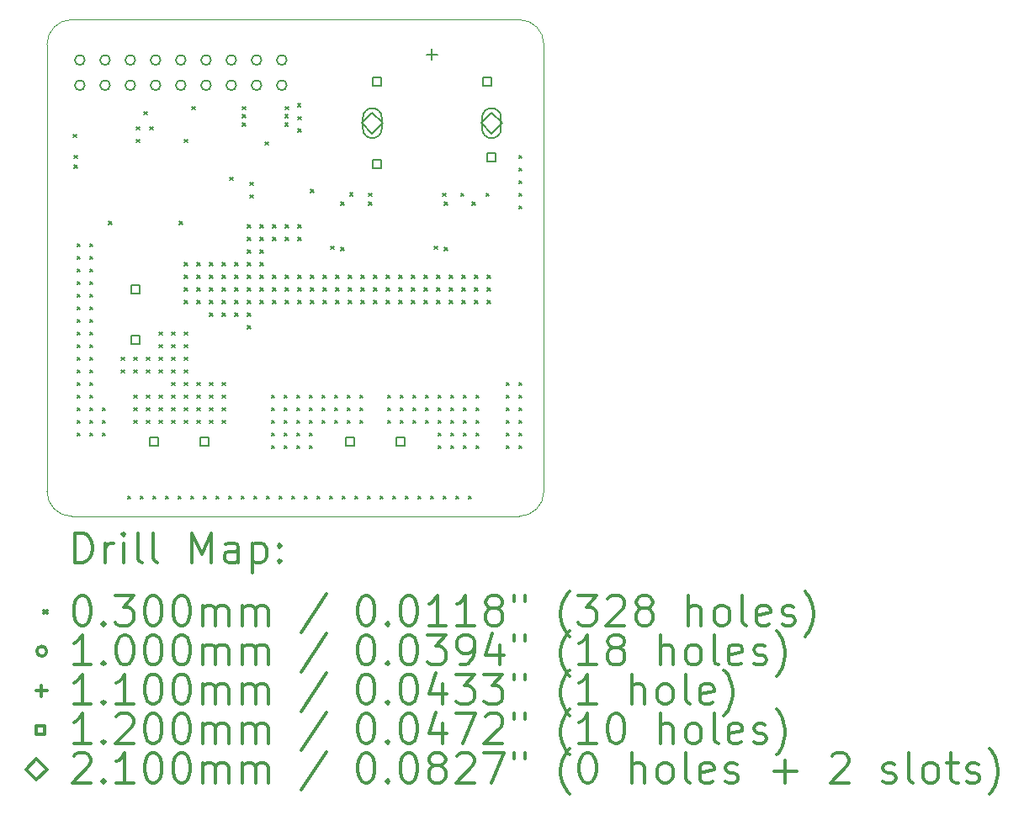
<source format=gbr>
%FSLAX45Y45*%
G04 Gerber Fmt 4.5, Leading zero omitted, Abs format (unit mm)*
G04 Created by KiCad (PCBNEW 5.1.10) date 2021-12-29 02:33:03*
%MOMM*%
%LPD*%
G01*
G04 APERTURE LIST*
%TA.AperFunction,Profile*%
%ADD10C,0.050000*%
%TD*%
%ADD11C,0.200000*%
%ADD12C,0.300000*%
G04 APERTURE END LIST*
D10*
X7870000Y-12620000D02*
G75*
G02*
X7620000Y-12370000I0J250000D01*
G01*
X7620000Y-7870000D02*
G75*
G02*
X7870000Y-7620000I250000J0D01*
G01*
X12370000Y-7620000D02*
G75*
G02*
X12620000Y-7870000I0J-250000D01*
G01*
X12620000Y-12370000D02*
G75*
G02*
X12370000Y-12620000I-250000J0D01*
G01*
X7620000Y-7870000D02*
X7620000Y-12370000D01*
X12370000Y-7620000D02*
X7870000Y-7620000D01*
X12620000Y-12370000D02*
X12620000Y-7870000D01*
X7870000Y-12620000D02*
X12370000Y-12620000D01*
D11*
X7884400Y-8773400D02*
X7914400Y-8803400D01*
X7914400Y-8773400D02*
X7884400Y-8803400D01*
X7893600Y-8985500D02*
X7923600Y-9015500D01*
X7923600Y-8985500D02*
X7893600Y-9015500D01*
X7893600Y-9082774D02*
X7923600Y-9112774D01*
X7923600Y-9082774D02*
X7893600Y-9112774D01*
X7922500Y-9874500D02*
X7952500Y-9904500D01*
X7952500Y-9874500D02*
X7922500Y-9904500D01*
X7922500Y-10001500D02*
X7952500Y-10031500D01*
X7952500Y-10001500D02*
X7922500Y-10031500D01*
X7922500Y-10128500D02*
X7952500Y-10158500D01*
X7952500Y-10128500D02*
X7922500Y-10158500D01*
X7922500Y-10255500D02*
X7952500Y-10285500D01*
X7952500Y-10255500D02*
X7922500Y-10285500D01*
X7922500Y-10382500D02*
X7952500Y-10412500D01*
X7952500Y-10382500D02*
X7922500Y-10412500D01*
X7922500Y-10509500D02*
X7952500Y-10539500D01*
X7952500Y-10509500D02*
X7922500Y-10539500D01*
X7922500Y-10636500D02*
X7952500Y-10666500D01*
X7952500Y-10636500D02*
X7922500Y-10666500D01*
X7922500Y-10763500D02*
X7952500Y-10793500D01*
X7952500Y-10763500D02*
X7922500Y-10793500D01*
X7922500Y-10890500D02*
X7952500Y-10920500D01*
X7952500Y-10890500D02*
X7922500Y-10920500D01*
X7922500Y-11017500D02*
X7952500Y-11047500D01*
X7952500Y-11017500D02*
X7922500Y-11047500D01*
X7922500Y-11144500D02*
X7952500Y-11174500D01*
X7952500Y-11144500D02*
X7922500Y-11174500D01*
X7922500Y-11271500D02*
X7952500Y-11301500D01*
X7952500Y-11271500D02*
X7922500Y-11301500D01*
X7922500Y-11398500D02*
X7952500Y-11428500D01*
X7952500Y-11398500D02*
X7922500Y-11428500D01*
X7922500Y-11525500D02*
X7952500Y-11555500D01*
X7952500Y-11525500D02*
X7922500Y-11555500D01*
X7922500Y-11652500D02*
X7952500Y-11682500D01*
X7952500Y-11652500D02*
X7922500Y-11682500D01*
X7922500Y-11779500D02*
X7952500Y-11809500D01*
X7952500Y-11779500D02*
X7922500Y-11809500D01*
X8049500Y-9874500D02*
X8079500Y-9904500D01*
X8079500Y-9874500D02*
X8049500Y-9904500D01*
X8049500Y-10001500D02*
X8079500Y-10031500D01*
X8079500Y-10001500D02*
X8049500Y-10031500D01*
X8049500Y-10128500D02*
X8079500Y-10158500D01*
X8079500Y-10128500D02*
X8049500Y-10158500D01*
X8049500Y-10255500D02*
X8079500Y-10285500D01*
X8079500Y-10255500D02*
X8049500Y-10285500D01*
X8049500Y-10382500D02*
X8079500Y-10412500D01*
X8079500Y-10382500D02*
X8049500Y-10412500D01*
X8049500Y-10509500D02*
X8079500Y-10539500D01*
X8079500Y-10509500D02*
X8049500Y-10539500D01*
X8049500Y-10636500D02*
X8079500Y-10666500D01*
X8079500Y-10636500D02*
X8049500Y-10666500D01*
X8049500Y-10763500D02*
X8079500Y-10793500D01*
X8079500Y-10763500D02*
X8049500Y-10793500D01*
X8049500Y-10890500D02*
X8079500Y-10920500D01*
X8079500Y-10890500D02*
X8049500Y-10920500D01*
X8049500Y-11017500D02*
X8079500Y-11047500D01*
X8079500Y-11017500D02*
X8049500Y-11047500D01*
X8049500Y-11144500D02*
X8079500Y-11174500D01*
X8079500Y-11144500D02*
X8049500Y-11174500D01*
X8049500Y-11271500D02*
X8079500Y-11301500D01*
X8079500Y-11271500D02*
X8049500Y-11301500D01*
X8049500Y-11398500D02*
X8079500Y-11428500D01*
X8079500Y-11398500D02*
X8049500Y-11428500D01*
X8049500Y-11525500D02*
X8079500Y-11555500D01*
X8079500Y-11525500D02*
X8049500Y-11555500D01*
X8049500Y-11652500D02*
X8079500Y-11682500D01*
X8079500Y-11652500D02*
X8049500Y-11682500D01*
X8049500Y-11779500D02*
X8079500Y-11809500D01*
X8079500Y-11779500D02*
X8049500Y-11809500D01*
X8176500Y-11525500D02*
X8206500Y-11555500D01*
X8206500Y-11525500D02*
X8176500Y-11555500D01*
X8176500Y-11652500D02*
X8206500Y-11682500D01*
X8206500Y-11652500D02*
X8176500Y-11682500D01*
X8176500Y-11779500D02*
X8206500Y-11809500D01*
X8206500Y-11779500D02*
X8176500Y-11809500D01*
X8240000Y-9649600D02*
X8270000Y-9679600D01*
X8270000Y-9649600D02*
X8240000Y-9679600D01*
X8367000Y-11017500D02*
X8397000Y-11047500D01*
X8397000Y-11017500D02*
X8367000Y-11047500D01*
X8367000Y-11144500D02*
X8397000Y-11174500D01*
X8397000Y-11144500D02*
X8367000Y-11174500D01*
X8430500Y-12414500D02*
X8460500Y-12444500D01*
X8460500Y-12414500D02*
X8430500Y-12444500D01*
X8494000Y-11017500D02*
X8524000Y-11047500D01*
X8524000Y-11017500D02*
X8494000Y-11047500D01*
X8494000Y-11144500D02*
X8524000Y-11174500D01*
X8524000Y-11144500D02*
X8494000Y-11174500D01*
X8494000Y-11398500D02*
X8524000Y-11428500D01*
X8524000Y-11398500D02*
X8494000Y-11428500D01*
X8494000Y-11525500D02*
X8524000Y-11555500D01*
X8524000Y-11525500D02*
X8494000Y-11555500D01*
X8494000Y-11652500D02*
X8524000Y-11682500D01*
X8524000Y-11652500D02*
X8494000Y-11682500D01*
X8519400Y-8697200D02*
X8549400Y-8727200D01*
X8549400Y-8697200D02*
X8519400Y-8727200D01*
X8519400Y-8824200D02*
X8549400Y-8854200D01*
X8549400Y-8824200D02*
X8519400Y-8854200D01*
X8557500Y-12414500D02*
X8587500Y-12444500D01*
X8587500Y-12414500D02*
X8557500Y-12444500D01*
X8595600Y-8544800D02*
X8625600Y-8574800D01*
X8625600Y-8544800D02*
X8595600Y-8574800D01*
X8621000Y-11017500D02*
X8651000Y-11047500D01*
X8651000Y-11017500D02*
X8621000Y-11047500D01*
X8621000Y-11144500D02*
X8651000Y-11174500D01*
X8651000Y-11144500D02*
X8621000Y-11174500D01*
X8621000Y-11398500D02*
X8651000Y-11428500D01*
X8651000Y-11398500D02*
X8621000Y-11428500D01*
X8621000Y-11525500D02*
X8651000Y-11555500D01*
X8651000Y-11525500D02*
X8621000Y-11555500D01*
X8621000Y-11652500D02*
X8651000Y-11682500D01*
X8651000Y-11652500D02*
X8621000Y-11682500D01*
X8655600Y-8697200D02*
X8685600Y-8727200D01*
X8685600Y-8697200D02*
X8655600Y-8727200D01*
X8684500Y-12414500D02*
X8714500Y-12444500D01*
X8714500Y-12414500D02*
X8684500Y-12444500D01*
X8748000Y-10763500D02*
X8778000Y-10793500D01*
X8778000Y-10763500D02*
X8748000Y-10793500D01*
X8748000Y-10890500D02*
X8778000Y-10920500D01*
X8778000Y-10890500D02*
X8748000Y-10920500D01*
X8748000Y-11017500D02*
X8778000Y-11047500D01*
X8778000Y-11017500D02*
X8748000Y-11047500D01*
X8748000Y-11144500D02*
X8778000Y-11174500D01*
X8778000Y-11144500D02*
X8748000Y-11174500D01*
X8748000Y-11398500D02*
X8778000Y-11428500D01*
X8778000Y-11398500D02*
X8748000Y-11428500D01*
X8748000Y-11525500D02*
X8778000Y-11555500D01*
X8778000Y-11525500D02*
X8748000Y-11555500D01*
X8748000Y-11652500D02*
X8778000Y-11682500D01*
X8778000Y-11652500D02*
X8748000Y-11682500D01*
X8811500Y-12414500D02*
X8841500Y-12444500D01*
X8841500Y-12414500D02*
X8811500Y-12444500D01*
X8875000Y-10763500D02*
X8905000Y-10793500D01*
X8905000Y-10763500D02*
X8875000Y-10793500D01*
X8875000Y-10890500D02*
X8905000Y-10920500D01*
X8905000Y-10890500D02*
X8875000Y-10920500D01*
X8875000Y-11017500D02*
X8905000Y-11047500D01*
X8905000Y-11017500D02*
X8875000Y-11047500D01*
X8875000Y-11144500D02*
X8905000Y-11174500D01*
X8905000Y-11144500D02*
X8875000Y-11174500D01*
X8875000Y-11271500D02*
X8905000Y-11301500D01*
X8905000Y-11271500D02*
X8875000Y-11301500D01*
X8875000Y-11398500D02*
X8905000Y-11428500D01*
X8905000Y-11398500D02*
X8875000Y-11428500D01*
X8875000Y-11525500D02*
X8905000Y-11555500D01*
X8905000Y-11525500D02*
X8875000Y-11555500D01*
X8875000Y-11652500D02*
X8905000Y-11682500D01*
X8905000Y-11652500D02*
X8875000Y-11682500D01*
X8938500Y-12414500D02*
X8968500Y-12444500D01*
X8968500Y-12414500D02*
X8938500Y-12444500D01*
X8951200Y-9649600D02*
X8981200Y-9679600D01*
X8981200Y-9649600D02*
X8951200Y-9679600D01*
X9002000Y-8824200D02*
X9032000Y-8854200D01*
X9032000Y-8824200D02*
X9002000Y-8854200D01*
X9002000Y-10065000D02*
X9032000Y-10095000D01*
X9032000Y-10065000D02*
X9002000Y-10095000D01*
X9002000Y-10192000D02*
X9032000Y-10222000D01*
X9032000Y-10192000D02*
X9002000Y-10222000D01*
X9002000Y-10319000D02*
X9032000Y-10349000D01*
X9032000Y-10319000D02*
X9002000Y-10349000D01*
X9002000Y-10446000D02*
X9032000Y-10476000D01*
X9032000Y-10446000D02*
X9002000Y-10476000D01*
X9002000Y-10763500D02*
X9032000Y-10793500D01*
X9032000Y-10763500D02*
X9002000Y-10793500D01*
X9002000Y-10890500D02*
X9032000Y-10920500D01*
X9032000Y-10890500D02*
X9002000Y-10920500D01*
X9002000Y-11017500D02*
X9032000Y-11047500D01*
X9032000Y-11017500D02*
X9002000Y-11047500D01*
X9002000Y-11144500D02*
X9032000Y-11174500D01*
X9032000Y-11144500D02*
X9002000Y-11174500D01*
X9002000Y-11271500D02*
X9032000Y-11301500D01*
X9032000Y-11271500D02*
X9002000Y-11301500D01*
X9002000Y-11398500D02*
X9032000Y-11428500D01*
X9032000Y-11398500D02*
X9002000Y-11428500D01*
X9002000Y-11525500D02*
X9032000Y-11555500D01*
X9032000Y-11525500D02*
X9002000Y-11555500D01*
X9002000Y-11652500D02*
X9032000Y-11682500D01*
X9032000Y-11652500D02*
X9002000Y-11682500D01*
X9065500Y-12414500D02*
X9095500Y-12444500D01*
X9095500Y-12414500D02*
X9065500Y-12444500D01*
X9078200Y-8494000D02*
X9108200Y-8524000D01*
X9108200Y-8494000D02*
X9078200Y-8524000D01*
X9129000Y-10065000D02*
X9159000Y-10095000D01*
X9159000Y-10065000D02*
X9129000Y-10095000D01*
X9129000Y-10192000D02*
X9159000Y-10222000D01*
X9159000Y-10192000D02*
X9129000Y-10222000D01*
X9129000Y-10319000D02*
X9159000Y-10349000D01*
X9159000Y-10319000D02*
X9129000Y-10349000D01*
X9129000Y-10446000D02*
X9159000Y-10476000D01*
X9159000Y-10446000D02*
X9129000Y-10476000D01*
X9129000Y-11271500D02*
X9159000Y-11301500D01*
X9159000Y-11271500D02*
X9129000Y-11301500D01*
X9129000Y-11398500D02*
X9159000Y-11428500D01*
X9159000Y-11398500D02*
X9129000Y-11428500D01*
X9129000Y-11525500D02*
X9159000Y-11555500D01*
X9159000Y-11525500D02*
X9129000Y-11555500D01*
X9129000Y-11652500D02*
X9159000Y-11682500D01*
X9159000Y-11652500D02*
X9129000Y-11682500D01*
X9192500Y-12414500D02*
X9222500Y-12444500D01*
X9222500Y-12414500D02*
X9192500Y-12444500D01*
X9256000Y-10065000D02*
X9286000Y-10095000D01*
X9286000Y-10065000D02*
X9256000Y-10095000D01*
X9256000Y-10192000D02*
X9286000Y-10222000D01*
X9286000Y-10192000D02*
X9256000Y-10222000D01*
X9256000Y-10319000D02*
X9286000Y-10349000D01*
X9286000Y-10319000D02*
X9256000Y-10349000D01*
X9256000Y-10446000D02*
X9286000Y-10476000D01*
X9286000Y-10446000D02*
X9256000Y-10476000D01*
X9256000Y-10573000D02*
X9286000Y-10603000D01*
X9286000Y-10573000D02*
X9256000Y-10603000D01*
X9256000Y-11271500D02*
X9286000Y-11301500D01*
X9286000Y-11271500D02*
X9256000Y-11301500D01*
X9256000Y-11398500D02*
X9286000Y-11428500D01*
X9286000Y-11398500D02*
X9256000Y-11428500D01*
X9256000Y-11525500D02*
X9286000Y-11555500D01*
X9286000Y-11525500D02*
X9256000Y-11555500D01*
X9256000Y-11652500D02*
X9286000Y-11682500D01*
X9286000Y-11652500D02*
X9256000Y-11682500D01*
X9319500Y-12414500D02*
X9349500Y-12444500D01*
X9349500Y-12414500D02*
X9319500Y-12444500D01*
X9383000Y-10065000D02*
X9413000Y-10095000D01*
X9413000Y-10065000D02*
X9383000Y-10095000D01*
X9383000Y-10192000D02*
X9413000Y-10222000D01*
X9413000Y-10192000D02*
X9383000Y-10222000D01*
X9383000Y-10319000D02*
X9413000Y-10349000D01*
X9413000Y-10319000D02*
X9383000Y-10349000D01*
X9383000Y-10446000D02*
X9413000Y-10476000D01*
X9413000Y-10446000D02*
X9383000Y-10476000D01*
X9383000Y-10573000D02*
X9413000Y-10603000D01*
X9413000Y-10573000D02*
X9383000Y-10603000D01*
X9383000Y-11271500D02*
X9413000Y-11301500D01*
X9413000Y-11271500D02*
X9383000Y-11301500D01*
X9383000Y-11398500D02*
X9413000Y-11428500D01*
X9413000Y-11398500D02*
X9383000Y-11428500D01*
X9383000Y-11525500D02*
X9413000Y-11555500D01*
X9413000Y-11525500D02*
X9383000Y-11555500D01*
X9383000Y-11652500D02*
X9413000Y-11682500D01*
X9413000Y-11652500D02*
X9383000Y-11682500D01*
X9446500Y-12414500D02*
X9476500Y-12444500D01*
X9476500Y-12414500D02*
X9446500Y-12444500D01*
X9460100Y-9206100D02*
X9490100Y-9236100D01*
X9490100Y-9206100D02*
X9460100Y-9236100D01*
X9510000Y-10065000D02*
X9540000Y-10095000D01*
X9540000Y-10065000D02*
X9510000Y-10095000D01*
X9510000Y-10192000D02*
X9540000Y-10222000D01*
X9540000Y-10192000D02*
X9510000Y-10222000D01*
X9510000Y-10319000D02*
X9540000Y-10349000D01*
X9540000Y-10319000D02*
X9510000Y-10349000D01*
X9510000Y-10446000D02*
X9540000Y-10476000D01*
X9540000Y-10446000D02*
X9510000Y-10476000D01*
X9510000Y-10573000D02*
X9540000Y-10603000D01*
X9540000Y-10573000D02*
X9510000Y-10603000D01*
X9573500Y-12414500D02*
X9603500Y-12444500D01*
X9603500Y-12414500D02*
X9573500Y-12444500D01*
X9586200Y-8494000D02*
X9616200Y-8524000D01*
X9616200Y-8494000D02*
X9586200Y-8524000D01*
X9588626Y-8576427D02*
X9618626Y-8606427D01*
X9618626Y-8576427D02*
X9588626Y-8606427D01*
X9589691Y-8660215D02*
X9619691Y-8690215D01*
X9619691Y-8660215D02*
X9589691Y-8690215D01*
X9637000Y-9684000D02*
X9667000Y-9714000D01*
X9667000Y-9684000D02*
X9637000Y-9714000D01*
X9637000Y-9811000D02*
X9667000Y-9841000D01*
X9667000Y-9811000D02*
X9637000Y-9841000D01*
X9637000Y-9938000D02*
X9667000Y-9968000D01*
X9667000Y-9938000D02*
X9637000Y-9968000D01*
X9637000Y-10065000D02*
X9667000Y-10095000D01*
X9667000Y-10065000D02*
X9637000Y-10095000D01*
X9637000Y-10192000D02*
X9667000Y-10222000D01*
X9667000Y-10192000D02*
X9637000Y-10222000D01*
X9637000Y-10319000D02*
X9667000Y-10349000D01*
X9667000Y-10319000D02*
X9637000Y-10349000D01*
X9637000Y-10446000D02*
X9667000Y-10476000D01*
X9667000Y-10446000D02*
X9637000Y-10476000D01*
X9637000Y-10573000D02*
X9667000Y-10603000D01*
X9667000Y-10573000D02*
X9637000Y-10603000D01*
X9637000Y-10700000D02*
X9667000Y-10730000D01*
X9667000Y-10700000D02*
X9637000Y-10730000D01*
X9662400Y-9256000D02*
X9692400Y-9286000D01*
X9692400Y-9256000D02*
X9662400Y-9286000D01*
X9662400Y-9383000D02*
X9692400Y-9413000D01*
X9692400Y-9383000D02*
X9662400Y-9413000D01*
X9700500Y-12414500D02*
X9730500Y-12444500D01*
X9730500Y-12414500D02*
X9700500Y-12444500D01*
X9764000Y-9684000D02*
X9794000Y-9714000D01*
X9794000Y-9684000D02*
X9764000Y-9714000D01*
X9764000Y-9811000D02*
X9794000Y-9841000D01*
X9794000Y-9811000D02*
X9764000Y-9841000D01*
X9764000Y-9938000D02*
X9794000Y-9968000D01*
X9794000Y-9938000D02*
X9764000Y-9968000D01*
X9764000Y-10065000D02*
X9794000Y-10095000D01*
X9794000Y-10065000D02*
X9764000Y-10095000D01*
X9764000Y-10192000D02*
X9794000Y-10222000D01*
X9794000Y-10192000D02*
X9764000Y-10222000D01*
X9764000Y-10319000D02*
X9794000Y-10349000D01*
X9794000Y-10319000D02*
X9764000Y-10349000D01*
X9764000Y-10446000D02*
X9794000Y-10476000D01*
X9794000Y-10446000D02*
X9764000Y-10476000D01*
X9814800Y-8849600D02*
X9844800Y-8879600D01*
X9844800Y-8849600D02*
X9814800Y-8879600D01*
X9827500Y-12414500D02*
X9857500Y-12444500D01*
X9857500Y-12414500D02*
X9827500Y-12444500D01*
X9878300Y-11398500D02*
X9908300Y-11428500D01*
X9908300Y-11398500D02*
X9878300Y-11428500D01*
X9878300Y-11525500D02*
X9908300Y-11555500D01*
X9908300Y-11525500D02*
X9878300Y-11555500D01*
X9878300Y-11652500D02*
X9908300Y-11682500D01*
X9908300Y-11652500D02*
X9878300Y-11682500D01*
X9878300Y-11779500D02*
X9908300Y-11809500D01*
X9908300Y-11779500D02*
X9878300Y-11809500D01*
X9878300Y-11906500D02*
X9908300Y-11936500D01*
X9908300Y-11906500D02*
X9878300Y-11936500D01*
X9891000Y-9684000D02*
X9921000Y-9714000D01*
X9921000Y-9684000D02*
X9891000Y-9714000D01*
X9891000Y-9811000D02*
X9921000Y-9841000D01*
X9921000Y-9811000D02*
X9891000Y-9841000D01*
X9891000Y-10192000D02*
X9921000Y-10222000D01*
X9921000Y-10192000D02*
X9891000Y-10222000D01*
X9891000Y-10319000D02*
X9921000Y-10349000D01*
X9921000Y-10319000D02*
X9891000Y-10349000D01*
X9891000Y-10446000D02*
X9921000Y-10476000D01*
X9921000Y-10446000D02*
X9891000Y-10476000D01*
X9954500Y-12414500D02*
X9984500Y-12444500D01*
X9984500Y-12414500D02*
X9954500Y-12444500D01*
X10005300Y-11398500D02*
X10035300Y-11428500D01*
X10035300Y-11398500D02*
X10005300Y-11428500D01*
X10005300Y-11525500D02*
X10035300Y-11555500D01*
X10035300Y-11525500D02*
X10005300Y-11555500D01*
X10005300Y-11652500D02*
X10035300Y-11682500D01*
X10035300Y-11652500D02*
X10005300Y-11682500D01*
X10005300Y-11779500D02*
X10035300Y-11809500D01*
X10035300Y-11779500D02*
X10005300Y-11809500D01*
X10005300Y-11906500D02*
X10035300Y-11936500D01*
X10035300Y-11906500D02*
X10005300Y-11936500D01*
X10014653Y-8660088D02*
X10044653Y-8690088D01*
X10044653Y-8660088D02*
X10014653Y-8690088D01*
X10015892Y-8576475D02*
X10045892Y-8606475D01*
X10045892Y-8576475D02*
X10015892Y-8606475D01*
X10018000Y-8494000D02*
X10048000Y-8524000D01*
X10048000Y-8494000D02*
X10018000Y-8524000D01*
X10018000Y-9684000D02*
X10048000Y-9714000D01*
X10048000Y-9684000D02*
X10018000Y-9714000D01*
X10018000Y-9811000D02*
X10048000Y-9841000D01*
X10048000Y-9811000D02*
X10018000Y-9841000D01*
X10018000Y-10192000D02*
X10048000Y-10222000D01*
X10048000Y-10192000D02*
X10018000Y-10222000D01*
X10018000Y-10319000D02*
X10048000Y-10349000D01*
X10048000Y-10319000D02*
X10018000Y-10349000D01*
X10018000Y-10446000D02*
X10048000Y-10476000D01*
X10048000Y-10446000D02*
X10018000Y-10476000D01*
X10081500Y-12414500D02*
X10111500Y-12444500D01*
X10111500Y-12414500D02*
X10081500Y-12444500D01*
X10132300Y-11398500D02*
X10162300Y-11428500D01*
X10162300Y-11398500D02*
X10132300Y-11428500D01*
X10132300Y-11525500D02*
X10162300Y-11555500D01*
X10162300Y-11525500D02*
X10132300Y-11555500D01*
X10132300Y-11652500D02*
X10162300Y-11682500D01*
X10162300Y-11652500D02*
X10132300Y-11682500D01*
X10132300Y-11779500D02*
X10162300Y-11809500D01*
X10162300Y-11779500D02*
X10132300Y-11809500D01*
X10132300Y-11906500D02*
X10162300Y-11936500D01*
X10162300Y-11906500D02*
X10132300Y-11936500D01*
X10142890Y-8466393D02*
X10172890Y-8496393D01*
X10172890Y-8466393D02*
X10142890Y-8496393D01*
X10145000Y-8595600D02*
X10175000Y-8625600D01*
X10175000Y-8595600D02*
X10145000Y-8625600D01*
X10145000Y-8719801D02*
X10175000Y-8749801D01*
X10175000Y-8719801D02*
X10145000Y-8749801D01*
X10145000Y-9684000D02*
X10175000Y-9714000D01*
X10175000Y-9684000D02*
X10145000Y-9714000D01*
X10145000Y-9811000D02*
X10175000Y-9841000D01*
X10175000Y-9811000D02*
X10145000Y-9841000D01*
X10145000Y-10192000D02*
X10175000Y-10222000D01*
X10175000Y-10192000D02*
X10145000Y-10222000D01*
X10145000Y-10319000D02*
X10175000Y-10349000D01*
X10175000Y-10319000D02*
X10145000Y-10349000D01*
X10145000Y-10446000D02*
X10175000Y-10476000D01*
X10175000Y-10446000D02*
X10145000Y-10476000D01*
X10208500Y-12414500D02*
X10238500Y-12444500D01*
X10238500Y-12414500D02*
X10208500Y-12444500D01*
X10259300Y-11398500D02*
X10289300Y-11428500D01*
X10289300Y-11398500D02*
X10259300Y-11428500D01*
X10259300Y-11525500D02*
X10289300Y-11555500D01*
X10289300Y-11525500D02*
X10259300Y-11555500D01*
X10259300Y-11652500D02*
X10289300Y-11682500D01*
X10289300Y-11652500D02*
X10259300Y-11682500D01*
X10259300Y-11779500D02*
X10289300Y-11809500D01*
X10289300Y-11779500D02*
X10259300Y-11809500D01*
X10259300Y-11906500D02*
X10289300Y-11936500D01*
X10289300Y-11906500D02*
X10259300Y-11936500D01*
X10272000Y-9328400D02*
X10302000Y-9358400D01*
X10302000Y-9328400D02*
X10272000Y-9358400D01*
X10272000Y-10192000D02*
X10302000Y-10222000D01*
X10302000Y-10192000D02*
X10272000Y-10222000D01*
X10272000Y-10319000D02*
X10302000Y-10349000D01*
X10302000Y-10319000D02*
X10272000Y-10349000D01*
X10272000Y-10446000D02*
X10302000Y-10476000D01*
X10302000Y-10446000D02*
X10272000Y-10476000D01*
X10335500Y-12414500D02*
X10365500Y-12444500D01*
X10365500Y-12414500D02*
X10335500Y-12444500D01*
X10386300Y-11398500D02*
X10416300Y-11428500D01*
X10416300Y-11398500D02*
X10386300Y-11428500D01*
X10386300Y-11525500D02*
X10416300Y-11555500D01*
X10416300Y-11525500D02*
X10386300Y-11555500D01*
X10386300Y-11652500D02*
X10416300Y-11682500D01*
X10416300Y-11652500D02*
X10386300Y-11682500D01*
X10399000Y-10192000D02*
X10429000Y-10222000D01*
X10429000Y-10192000D02*
X10399000Y-10222000D01*
X10399000Y-10319000D02*
X10429000Y-10349000D01*
X10429000Y-10319000D02*
X10399000Y-10349000D01*
X10399000Y-10446000D02*
X10429000Y-10476000D01*
X10429000Y-10446000D02*
X10399000Y-10476000D01*
X10462500Y-12414500D02*
X10492500Y-12444500D01*
X10492500Y-12414500D02*
X10462500Y-12444500D01*
X10475200Y-9899900D02*
X10505200Y-9929900D01*
X10505200Y-9899900D02*
X10475200Y-9929900D01*
X10513300Y-11398500D02*
X10543300Y-11428500D01*
X10543300Y-11398500D02*
X10513300Y-11428500D01*
X10513300Y-11525500D02*
X10543300Y-11555500D01*
X10543300Y-11525500D02*
X10513300Y-11555500D01*
X10513300Y-11652500D02*
X10543300Y-11682500D01*
X10543300Y-11652500D02*
X10513300Y-11682500D01*
X10526000Y-10192000D02*
X10556000Y-10222000D01*
X10556000Y-10192000D02*
X10526000Y-10222000D01*
X10526000Y-10319000D02*
X10556000Y-10349000D01*
X10556000Y-10319000D02*
X10526000Y-10349000D01*
X10526000Y-10446000D02*
X10556000Y-10476000D01*
X10556000Y-10446000D02*
X10526000Y-10476000D01*
X10576800Y-9455400D02*
X10606800Y-9485400D01*
X10606800Y-9455400D02*
X10576800Y-9485400D01*
X10576800Y-9912600D02*
X10606800Y-9942600D01*
X10606800Y-9912600D02*
X10576800Y-9942600D01*
X10589500Y-12414500D02*
X10619500Y-12444500D01*
X10619500Y-12414500D02*
X10589500Y-12444500D01*
X10640300Y-11398500D02*
X10670300Y-11428500D01*
X10670300Y-11398500D02*
X10640300Y-11428500D01*
X10640300Y-11525500D02*
X10670300Y-11555500D01*
X10670300Y-11525500D02*
X10640300Y-11555500D01*
X10640300Y-11652500D02*
X10670300Y-11682500D01*
X10670300Y-11652500D02*
X10640300Y-11682500D01*
X10653000Y-10192000D02*
X10683000Y-10222000D01*
X10683000Y-10192000D02*
X10653000Y-10222000D01*
X10653000Y-10319000D02*
X10683000Y-10349000D01*
X10683000Y-10319000D02*
X10653000Y-10349000D01*
X10653000Y-10446000D02*
X10683000Y-10476000D01*
X10683000Y-10446000D02*
X10653000Y-10476000D01*
X10667674Y-9364526D02*
X10697674Y-9394526D01*
X10697674Y-9364526D02*
X10667674Y-9394526D01*
X10716500Y-12414500D02*
X10746500Y-12444500D01*
X10746500Y-12414500D02*
X10716500Y-12444500D01*
X10767300Y-11398500D02*
X10797300Y-11428500D01*
X10797300Y-11398500D02*
X10767300Y-11428500D01*
X10767300Y-11525500D02*
X10797300Y-11555500D01*
X10797300Y-11525500D02*
X10767300Y-11555500D01*
X10767300Y-11652500D02*
X10797300Y-11682500D01*
X10797300Y-11652500D02*
X10767300Y-11682500D01*
X10780000Y-10192000D02*
X10810000Y-10222000D01*
X10810000Y-10192000D02*
X10780000Y-10222000D01*
X10780000Y-10319000D02*
X10810000Y-10349000D01*
X10810000Y-10319000D02*
X10780000Y-10349000D01*
X10780000Y-10446000D02*
X10810000Y-10476000D01*
X10810000Y-10446000D02*
X10780000Y-10476000D01*
X10843500Y-12414500D02*
X10873500Y-12444500D01*
X10873500Y-12414500D02*
X10843500Y-12444500D01*
X10856200Y-9366500D02*
X10886200Y-9396500D01*
X10886200Y-9366500D02*
X10856200Y-9396500D01*
X10856200Y-9455400D02*
X10886200Y-9485400D01*
X10886200Y-9455400D02*
X10856200Y-9485400D01*
X10907000Y-10192000D02*
X10937000Y-10222000D01*
X10937000Y-10192000D02*
X10907000Y-10222000D01*
X10907000Y-10319000D02*
X10937000Y-10349000D01*
X10937000Y-10319000D02*
X10907000Y-10349000D01*
X10907000Y-10446000D02*
X10937000Y-10476000D01*
X10937000Y-10446000D02*
X10907000Y-10476000D01*
X10970500Y-12414500D02*
X11000500Y-12444500D01*
X11000500Y-12414500D02*
X10970500Y-12444500D01*
X11034000Y-10192000D02*
X11064000Y-10222000D01*
X11064000Y-10192000D02*
X11034000Y-10222000D01*
X11034000Y-10319000D02*
X11064000Y-10349000D01*
X11064000Y-10319000D02*
X11034000Y-10349000D01*
X11034000Y-10446000D02*
X11064000Y-10476000D01*
X11064000Y-10446000D02*
X11034000Y-10476000D01*
X11046700Y-11398500D02*
X11076700Y-11428500D01*
X11076700Y-11398500D02*
X11046700Y-11428500D01*
X11046700Y-11525500D02*
X11076700Y-11555500D01*
X11076700Y-11525500D02*
X11046700Y-11555500D01*
X11046700Y-11652500D02*
X11076700Y-11682500D01*
X11076700Y-11652500D02*
X11046700Y-11682500D01*
X11097500Y-12414500D02*
X11127500Y-12444500D01*
X11127500Y-12414500D02*
X11097500Y-12444500D01*
X11161000Y-10192000D02*
X11191000Y-10222000D01*
X11191000Y-10192000D02*
X11161000Y-10222000D01*
X11161000Y-10319000D02*
X11191000Y-10349000D01*
X11191000Y-10319000D02*
X11161000Y-10349000D01*
X11161000Y-10446000D02*
X11191000Y-10476000D01*
X11191000Y-10446000D02*
X11161000Y-10476000D01*
X11173700Y-11398500D02*
X11203700Y-11428500D01*
X11203700Y-11398500D02*
X11173700Y-11428500D01*
X11173700Y-11525500D02*
X11203700Y-11555500D01*
X11203700Y-11525500D02*
X11173700Y-11555500D01*
X11173700Y-11652500D02*
X11203700Y-11682500D01*
X11203700Y-11652500D02*
X11173700Y-11682500D01*
X11224500Y-12414500D02*
X11254500Y-12444500D01*
X11254500Y-12414500D02*
X11224500Y-12444500D01*
X11288000Y-10192000D02*
X11318000Y-10222000D01*
X11318000Y-10192000D02*
X11288000Y-10222000D01*
X11288000Y-10319000D02*
X11318000Y-10349000D01*
X11318000Y-10319000D02*
X11288000Y-10349000D01*
X11288000Y-10446000D02*
X11318000Y-10476000D01*
X11318000Y-10446000D02*
X11288000Y-10476000D01*
X11300700Y-11398500D02*
X11330700Y-11428500D01*
X11330700Y-11398500D02*
X11300700Y-11428500D01*
X11300700Y-11525500D02*
X11330700Y-11555500D01*
X11330700Y-11525500D02*
X11300700Y-11555500D01*
X11300700Y-11652500D02*
X11330700Y-11682500D01*
X11330700Y-11652500D02*
X11300700Y-11682500D01*
X11351500Y-12414500D02*
X11381500Y-12444500D01*
X11381500Y-12414500D02*
X11351500Y-12444500D01*
X11415000Y-10192000D02*
X11445000Y-10222000D01*
X11445000Y-10192000D02*
X11415000Y-10222000D01*
X11415000Y-10319000D02*
X11445000Y-10349000D01*
X11445000Y-10319000D02*
X11415000Y-10349000D01*
X11415000Y-10446000D02*
X11445000Y-10476000D01*
X11445000Y-10446000D02*
X11415000Y-10476000D01*
X11427700Y-11398500D02*
X11457700Y-11428500D01*
X11457700Y-11398500D02*
X11427700Y-11428500D01*
X11427700Y-11525500D02*
X11457700Y-11555500D01*
X11457700Y-11525500D02*
X11427700Y-11555500D01*
X11427700Y-11652500D02*
X11457700Y-11682500D01*
X11457700Y-11652500D02*
X11427700Y-11682500D01*
X11478500Y-12414500D02*
X11508500Y-12444500D01*
X11508500Y-12414500D02*
X11478500Y-12444500D01*
X11516600Y-9899900D02*
X11546600Y-9929900D01*
X11546600Y-9899900D02*
X11516600Y-9929900D01*
X11542000Y-10192000D02*
X11572000Y-10222000D01*
X11572000Y-10192000D02*
X11542000Y-10222000D01*
X11542000Y-10319000D02*
X11572000Y-10349000D01*
X11572000Y-10319000D02*
X11542000Y-10349000D01*
X11542000Y-10446000D02*
X11572000Y-10476000D01*
X11572000Y-10446000D02*
X11542000Y-10476000D01*
X11554700Y-11398500D02*
X11584700Y-11428500D01*
X11584700Y-11398500D02*
X11554700Y-11428500D01*
X11554700Y-11525500D02*
X11584700Y-11555500D01*
X11584700Y-11525500D02*
X11554700Y-11555500D01*
X11554700Y-11652500D02*
X11584700Y-11682500D01*
X11584700Y-11652500D02*
X11554700Y-11682500D01*
X11554700Y-11779500D02*
X11584700Y-11809500D01*
X11584700Y-11779500D02*
X11554700Y-11809500D01*
X11554700Y-11906500D02*
X11584700Y-11936500D01*
X11584700Y-11906500D02*
X11554700Y-11936500D01*
X11604573Y-9367427D02*
X11634573Y-9397427D01*
X11634573Y-9367427D02*
X11604573Y-9397427D01*
X11605500Y-12414500D02*
X11635500Y-12444500D01*
X11635500Y-12414500D02*
X11605500Y-12444500D01*
X11618200Y-9455400D02*
X11648200Y-9485400D01*
X11648200Y-9455400D02*
X11618200Y-9485400D01*
X11618200Y-9912600D02*
X11648200Y-9942600D01*
X11648200Y-9912600D02*
X11618200Y-9942600D01*
X11669000Y-10192000D02*
X11699000Y-10222000D01*
X11699000Y-10192000D02*
X11669000Y-10222000D01*
X11669000Y-10319000D02*
X11699000Y-10349000D01*
X11699000Y-10319000D02*
X11669000Y-10349000D01*
X11669000Y-10446000D02*
X11699000Y-10476000D01*
X11699000Y-10446000D02*
X11669000Y-10476000D01*
X11681700Y-11398500D02*
X11711700Y-11428500D01*
X11711700Y-11398500D02*
X11681700Y-11428500D01*
X11681700Y-11525500D02*
X11711700Y-11555500D01*
X11711700Y-11525500D02*
X11681700Y-11555500D01*
X11681700Y-11652500D02*
X11711700Y-11682500D01*
X11711700Y-11652500D02*
X11681700Y-11682500D01*
X11681700Y-11779500D02*
X11711700Y-11809500D01*
X11711700Y-11779500D02*
X11681700Y-11809500D01*
X11681700Y-11906500D02*
X11711700Y-11936500D01*
X11711700Y-11906500D02*
X11681700Y-11936500D01*
X11732500Y-12414500D02*
X11762500Y-12444500D01*
X11762500Y-12414500D02*
X11732500Y-12444500D01*
X11783300Y-9366500D02*
X11813300Y-9396500D01*
X11813300Y-9366500D02*
X11783300Y-9396500D01*
X11796000Y-10192000D02*
X11826000Y-10222000D01*
X11826000Y-10192000D02*
X11796000Y-10222000D01*
X11796000Y-10319000D02*
X11826000Y-10349000D01*
X11826000Y-10319000D02*
X11796000Y-10349000D01*
X11796000Y-10446000D02*
X11826000Y-10476000D01*
X11826000Y-10446000D02*
X11796000Y-10476000D01*
X11808700Y-11398500D02*
X11838700Y-11428500D01*
X11838700Y-11398500D02*
X11808700Y-11428500D01*
X11808700Y-11525500D02*
X11838700Y-11555500D01*
X11838700Y-11525500D02*
X11808700Y-11555500D01*
X11808700Y-11652500D02*
X11838700Y-11682500D01*
X11838700Y-11652500D02*
X11808700Y-11682500D01*
X11808700Y-11779500D02*
X11838700Y-11809500D01*
X11838700Y-11779500D02*
X11808700Y-11809500D01*
X11808700Y-11906500D02*
X11838700Y-11936500D01*
X11838700Y-11906500D02*
X11808700Y-11936500D01*
X11859500Y-12414500D02*
X11889500Y-12444500D01*
X11889500Y-12414500D02*
X11859500Y-12444500D01*
X11897600Y-9455400D02*
X11927600Y-9485400D01*
X11927600Y-9455400D02*
X11897600Y-9485400D01*
X11923000Y-10192000D02*
X11953000Y-10222000D01*
X11953000Y-10192000D02*
X11923000Y-10222000D01*
X11923000Y-10319000D02*
X11953000Y-10349000D01*
X11953000Y-10319000D02*
X11923000Y-10349000D01*
X11923000Y-10446000D02*
X11953000Y-10476000D01*
X11953000Y-10446000D02*
X11923000Y-10476000D01*
X11935700Y-11398500D02*
X11965700Y-11428500D01*
X11965700Y-11398500D02*
X11935700Y-11428500D01*
X11935700Y-11525500D02*
X11965700Y-11555500D01*
X11965700Y-11525500D02*
X11935700Y-11555500D01*
X11935700Y-11652500D02*
X11965700Y-11682500D01*
X11965700Y-11652500D02*
X11935700Y-11682500D01*
X11935700Y-11779500D02*
X11965700Y-11809500D01*
X11965700Y-11779500D02*
X11935700Y-11809500D01*
X11935700Y-11906500D02*
X11965700Y-11936500D01*
X11965700Y-11906500D02*
X11935700Y-11936500D01*
X12037300Y-9366500D02*
X12067300Y-9396500D01*
X12067300Y-9366500D02*
X12037300Y-9396500D01*
X12050000Y-10192000D02*
X12080000Y-10222000D01*
X12080000Y-10192000D02*
X12050000Y-10222000D01*
X12050000Y-10319000D02*
X12080000Y-10349000D01*
X12080000Y-10319000D02*
X12050000Y-10349000D01*
X12050000Y-10446000D02*
X12080000Y-10476000D01*
X12080000Y-10446000D02*
X12050000Y-10476000D01*
X12240500Y-11271500D02*
X12270500Y-11301500D01*
X12270500Y-11271500D02*
X12240500Y-11301500D01*
X12240500Y-11398500D02*
X12270500Y-11428500D01*
X12270500Y-11398500D02*
X12240500Y-11428500D01*
X12240500Y-11525500D02*
X12270500Y-11555500D01*
X12270500Y-11525500D02*
X12240500Y-11555500D01*
X12240500Y-11652500D02*
X12270500Y-11682500D01*
X12270500Y-11652500D02*
X12240500Y-11682500D01*
X12240500Y-11779500D02*
X12270500Y-11809500D01*
X12270500Y-11779500D02*
X12240500Y-11809500D01*
X12240500Y-11906500D02*
X12270500Y-11936500D01*
X12270500Y-11906500D02*
X12240500Y-11936500D01*
X12367500Y-8985500D02*
X12397500Y-9015500D01*
X12397500Y-8985500D02*
X12367500Y-9015500D01*
X12367500Y-9112500D02*
X12397500Y-9142500D01*
X12397500Y-9112500D02*
X12367500Y-9142500D01*
X12367500Y-9239500D02*
X12397500Y-9269500D01*
X12397500Y-9239500D02*
X12367500Y-9269500D01*
X12367500Y-9366500D02*
X12397500Y-9396500D01*
X12397500Y-9366500D02*
X12367500Y-9396500D01*
X12367500Y-9493500D02*
X12397500Y-9523500D01*
X12397500Y-9493500D02*
X12367500Y-9523500D01*
X12367500Y-11271500D02*
X12397500Y-11301500D01*
X12397500Y-11271500D02*
X12367500Y-11301500D01*
X12367500Y-11398500D02*
X12397500Y-11428500D01*
X12397500Y-11398500D02*
X12367500Y-11428500D01*
X12367500Y-11525500D02*
X12397500Y-11555500D01*
X12397500Y-11525500D02*
X12367500Y-11555500D01*
X12367500Y-11652500D02*
X12397500Y-11682500D01*
X12397500Y-11652500D02*
X12367500Y-11682500D01*
X12367500Y-11779500D02*
X12397500Y-11809500D01*
X12397500Y-11779500D02*
X12367500Y-11809500D01*
X12367500Y-11906500D02*
X12397500Y-11936500D01*
X12397500Y-11906500D02*
X12367500Y-11936500D01*
X8000200Y-8026400D02*
G75*
G03*
X8000200Y-8026400I-50000J0D01*
G01*
X8000200Y-8280400D02*
G75*
G03*
X8000200Y-8280400I-50000J0D01*
G01*
X8254200Y-8026400D02*
G75*
G03*
X8254200Y-8026400I-50000J0D01*
G01*
X8254200Y-8280400D02*
G75*
G03*
X8254200Y-8280400I-50000J0D01*
G01*
X8508200Y-8026400D02*
G75*
G03*
X8508200Y-8026400I-50000J0D01*
G01*
X8508200Y-8280400D02*
G75*
G03*
X8508200Y-8280400I-50000J0D01*
G01*
X8762200Y-8026400D02*
G75*
G03*
X8762200Y-8026400I-50000J0D01*
G01*
X8762200Y-8280400D02*
G75*
G03*
X8762200Y-8280400I-50000J0D01*
G01*
X9016200Y-8026400D02*
G75*
G03*
X9016200Y-8026400I-50000J0D01*
G01*
X9016200Y-8280400D02*
G75*
G03*
X9016200Y-8280400I-50000J0D01*
G01*
X9270200Y-8026400D02*
G75*
G03*
X9270200Y-8026400I-50000J0D01*
G01*
X9270200Y-8280400D02*
G75*
G03*
X9270200Y-8280400I-50000J0D01*
G01*
X9524200Y-8026400D02*
G75*
G03*
X9524200Y-8026400I-50000J0D01*
G01*
X9524200Y-8280400D02*
G75*
G03*
X9524200Y-8280400I-50000J0D01*
G01*
X9778200Y-8026400D02*
G75*
G03*
X9778200Y-8026400I-50000J0D01*
G01*
X9778200Y-8280400D02*
G75*
G03*
X9778200Y-8280400I-50000J0D01*
G01*
X10032200Y-8026400D02*
G75*
G03*
X10032200Y-8026400I-50000J0D01*
G01*
X10032200Y-8280400D02*
G75*
G03*
X10032200Y-8280400I-50000J0D01*
G01*
X11493500Y-7917600D02*
X11493500Y-8027600D01*
X11438500Y-7972600D02*
X11548500Y-7972600D01*
X8551427Y-10376427D02*
X8551427Y-10291573D01*
X8466573Y-10291573D01*
X8466573Y-10376427D01*
X8551427Y-10376427D01*
X8551427Y-10884427D02*
X8551427Y-10799573D01*
X8466573Y-10799573D01*
X8466573Y-10884427D01*
X8551427Y-10884427D01*
X8741927Y-11913127D02*
X8741927Y-11828273D01*
X8657073Y-11828273D01*
X8657073Y-11913127D01*
X8741927Y-11913127D01*
X9249927Y-11913127D02*
X9249927Y-11828273D01*
X9165073Y-11828273D01*
X9165073Y-11913127D01*
X9249927Y-11913127D01*
X10710427Y-11913127D02*
X10710427Y-11828273D01*
X10625573Y-11828273D01*
X10625573Y-11913127D01*
X10710427Y-11913127D01*
X10980927Y-8285027D02*
X10980927Y-8200173D01*
X10896073Y-8200173D01*
X10896073Y-8285027D01*
X10980927Y-8285027D01*
X10980927Y-9115027D02*
X10980927Y-9030173D01*
X10896073Y-9030173D01*
X10896073Y-9115027D01*
X10980927Y-9115027D01*
X11218427Y-11913127D02*
X11218427Y-11828273D01*
X11133573Y-11828273D01*
X11133573Y-11913127D01*
X11218427Y-11913127D01*
X12090927Y-8285027D02*
X12090927Y-8200173D01*
X12006073Y-8200173D01*
X12006073Y-8285027D01*
X12090927Y-8285027D01*
X12130927Y-9045027D02*
X12130927Y-8960173D01*
X12046073Y-8960173D01*
X12046073Y-9045027D01*
X12130927Y-9045027D01*
X10893500Y-8767600D02*
X10998500Y-8662600D01*
X10893500Y-8557600D01*
X10788500Y-8662600D01*
X10893500Y-8767600D01*
X10798500Y-8607600D02*
X10798500Y-8717600D01*
X10988500Y-8607600D02*
X10988500Y-8717600D01*
X10798500Y-8717600D02*
G75*
G03*
X10988500Y-8717600I95000J0D01*
G01*
X10988500Y-8607600D02*
G75*
G03*
X10798500Y-8607600I-95000J0D01*
G01*
X12093500Y-8767600D02*
X12198500Y-8662600D01*
X12093500Y-8557600D01*
X11988500Y-8662600D01*
X12093500Y-8767600D01*
X11998500Y-8607600D02*
X11998500Y-8717600D01*
X12188500Y-8607600D02*
X12188500Y-8717600D01*
X11998500Y-8717600D02*
G75*
G03*
X12188500Y-8717600I95000J0D01*
G01*
X12188500Y-8607600D02*
G75*
G03*
X11998500Y-8607600I-95000J0D01*
G01*
D12*
X7903928Y-13088214D02*
X7903928Y-12788214D01*
X7975357Y-12788214D01*
X8018214Y-12802500D01*
X8046786Y-12831071D01*
X8061071Y-12859643D01*
X8075357Y-12916786D01*
X8075357Y-12959643D01*
X8061071Y-13016786D01*
X8046786Y-13045357D01*
X8018214Y-13073929D01*
X7975357Y-13088214D01*
X7903928Y-13088214D01*
X8203928Y-13088214D02*
X8203928Y-12888214D01*
X8203928Y-12945357D02*
X8218214Y-12916786D01*
X8232500Y-12902500D01*
X8261071Y-12888214D01*
X8289643Y-12888214D01*
X8389643Y-13088214D02*
X8389643Y-12888214D01*
X8389643Y-12788214D02*
X8375357Y-12802500D01*
X8389643Y-12816786D01*
X8403928Y-12802500D01*
X8389643Y-12788214D01*
X8389643Y-12816786D01*
X8575357Y-13088214D02*
X8546786Y-13073929D01*
X8532500Y-13045357D01*
X8532500Y-12788214D01*
X8732500Y-13088214D02*
X8703928Y-13073929D01*
X8689643Y-13045357D01*
X8689643Y-12788214D01*
X9075357Y-13088214D02*
X9075357Y-12788214D01*
X9175357Y-13002500D01*
X9275357Y-12788214D01*
X9275357Y-13088214D01*
X9546786Y-13088214D02*
X9546786Y-12931071D01*
X9532500Y-12902500D01*
X9503928Y-12888214D01*
X9446786Y-12888214D01*
X9418214Y-12902500D01*
X9546786Y-13073929D02*
X9518214Y-13088214D01*
X9446786Y-13088214D01*
X9418214Y-13073929D01*
X9403928Y-13045357D01*
X9403928Y-13016786D01*
X9418214Y-12988214D01*
X9446786Y-12973929D01*
X9518214Y-12973929D01*
X9546786Y-12959643D01*
X9689643Y-12888214D02*
X9689643Y-13188214D01*
X9689643Y-12902500D02*
X9718214Y-12888214D01*
X9775357Y-12888214D01*
X9803928Y-12902500D01*
X9818214Y-12916786D01*
X9832500Y-12945357D01*
X9832500Y-13031071D01*
X9818214Y-13059643D01*
X9803928Y-13073929D01*
X9775357Y-13088214D01*
X9718214Y-13088214D01*
X9689643Y-13073929D01*
X9961071Y-13059643D02*
X9975357Y-13073929D01*
X9961071Y-13088214D01*
X9946786Y-13073929D01*
X9961071Y-13059643D01*
X9961071Y-13088214D01*
X9961071Y-12902500D02*
X9975357Y-12916786D01*
X9961071Y-12931071D01*
X9946786Y-12916786D01*
X9961071Y-12902500D01*
X9961071Y-12931071D01*
X7587500Y-13567500D02*
X7617500Y-13597500D01*
X7617500Y-13567500D02*
X7587500Y-13597500D01*
X7961071Y-13418214D02*
X7989643Y-13418214D01*
X8018214Y-13432500D01*
X8032500Y-13446786D01*
X8046786Y-13475357D01*
X8061071Y-13532500D01*
X8061071Y-13603929D01*
X8046786Y-13661071D01*
X8032500Y-13689643D01*
X8018214Y-13703929D01*
X7989643Y-13718214D01*
X7961071Y-13718214D01*
X7932500Y-13703929D01*
X7918214Y-13689643D01*
X7903928Y-13661071D01*
X7889643Y-13603929D01*
X7889643Y-13532500D01*
X7903928Y-13475357D01*
X7918214Y-13446786D01*
X7932500Y-13432500D01*
X7961071Y-13418214D01*
X8189643Y-13689643D02*
X8203928Y-13703929D01*
X8189643Y-13718214D01*
X8175357Y-13703929D01*
X8189643Y-13689643D01*
X8189643Y-13718214D01*
X8303928Y-13418214D02*
X8489643Y-13418214D01*
X8389643Y-13532500D01*
X8432500Y-13532500D01*
X8461071Y-13546786D01*
X8475357Y-13561071D01*
X8489643Y-13589643D01*
X8489643Y-13661071D01*
X8475357Y-13689643D01*
X8461071Y-13703929D01*
X8432500Y-13718214D01*
X8346786Y-13718214D01*
X8318214Y-13703929D01*
X8303928Y-13689643D01*
X8675357Y-13418214D02*
X8703928Y-13418214D01*
X8732500Y-13432500D01*
X8746786Y-13446786D01*
X8761071Y-13475357D01*
X8775357Y-13532500D01*
X8775357Y-13603929D01*
X8761071Y-13661071D01*
X8746786Y-13689643D01*
X8732500Y-13703929D01*
X8703928Y-13718214D01*
X8675357Y-13718214D01*
X8646786Y-13703929D01*
X8632500Y-13689643D01*
X8618214Y-13661071D01*
X8603928Y-13603929D01*
X8603928Y-13532500D01*
X8618214Y-13475357D01*
X8632500Y-13446786D01*
X8646786Y-13432500D01*
X8675357Y-13418214D01*
X8961071Y-13418214D02*
X8989643Y-13418214D01*
X9018214Y-13432500D01*
X9032500Y-13446786D01*
X9046786Y-13475357D01*
X9061071Y-13532500D01*
X9061071Y-13603929D01*
X9046786Y-13661071D01*
X9032500Y-13689643D01*
X9018214Y-13703929D01*
X8989643Y-13718214D01*
X8961071Y-13718214D01*
X8932500Y-13703929D01*
X8918214Y-13689643D01*
X8903928Y-13661071D01*
X8889643Y-13603929D01*
X8889643Y-13532500D01*
X8903928Y-13475357D01*
X8918214Y-13446786D01*
X8932500Y-13432500D01*
X8961071Y-13418214D01*
X9189643Y-13718214D02*
X9189643Y-13518214D01*
X9189643Y-13546786D02*
X9203928Y-13532500D01*
X9232500Y-13518214D01*
X9275357Y-13518214D01*
X9303928Y-13532500D01*
X9318214Y-13561071D01*
X9318214Y-13718214D01*
X9318214Y-13561071D02*
X9332500Y-13532500D01*
X9361071Y-13518214D01*
X9403928Y-13518214D01*
X9432500Y-13532500D01*
X9446786Y-13561071D01*
X9446786Y-13718214D01*
X9589643Y-13718214D02*
X9589643Y-13518214D01*
X9589643Y-13546786D02*
X9603928Y-13532500D01*
X9632500Y-13518214D01*
X9675357Y-13518214D01*
X9703928Y-13532500D01*
X9718214Y-13561071D01*
X9718214Y-13718214D01*
X9718214Y-13561071D02*
X9732500Y-13532500D01*
X9761071Y-13518214D01*
X9803928Y-13518214D01*
X9832500Y-13532500D01*
X9846786Y-13561071D01*
X9846786Y-13718214D01*
X10432500Y-13403929D02*
X10175357Y-13789643D01*
X10818214Y-13418214D02*
X10846786Y-13418214D01*
X10875357Y-13432500D01*
X10889643Y-13446786D01*
X10903928Y-13475357D01*
X10918214Y-13532500D01*
X10918214Y-13603929D01*
X10903928Y-13661071D01*
X10889643Y-13689643D01*
X10875357Y-13703929D01*
X10846786Y-13718214D01*
X10818214Y-13718214D01*
X10789643Y-13703929D01*
X10775357Y-13689643D01*
X10761071Y-13661071D01*
X10746786Y-13603929D01*
X10746786Y-13532500D01*
X10761071Y-13475357D01*
X10775357Y-13446786D01*
X10789643Y-13432500D01*
X10818214Y-13418214D01*
X11046786Y-13689643D02*
X11061071Y-13703929D01*
X11046786Y-13718214D01*
X11032500Y-13703929D01*
X11046786Y-13689643D01*
X11046786Y-13718214D01*
X11246786Y-13418214D02*
X11275357Y-13418214D01*
X11303928Y-13432500D01*
X11318214Y-13446786D01*
X11332500Y-13475357D01*
X11346786Y-13532500D01*
X11346786Y-13603929D01*
X11332500Y-13661071D01*
X11318214Y-13689643D01*
X11303928Y-13703929D01*
X11275357Y-13718214D01*
X11246786Y-13718214D01*
X11218214Y-13703929D01*
X11203928Y-13689643D01*
X11189643Y-13661071D01*
X11175357Y-13603929D01*
X11175357Y-13532500D01*
X11189643Y-13475357D01*
X11203928Y-13446786D01*
X11218214Y-13432500D01*
X11246786Y-13418214D01*
X11632500Y-13718214D02*
X11461071Y-13718214D01*
X11546786Y-13718214D02*
X11546786Y-13418214D01*
X11518214Y-13461071D01*
X11489643Y-13489643D01*
X11461071Y-13503929D01*
X11918214Y-13718214D02*
X11746786Y-13718214D01*
X11832500Y-13718214D02*
X11832500Y-13418214D01*
X11803928Y-13461071D01*
X11775357Y-13489643D01*
X11746786Y-13503929D01*
X12089643Y-13546786D02*
X12061071Y-13532500D01*
X12046786Y-13518214D01*
X12032500Y-13489643D01*
X12032500Y-13475357D01*
X12046786Y-13446786D01*
X12061071Y-13432500D01*
X12089643Y-13418214D01*
X12146786Y-13418214D01*
X12175357Y-13432500D01*
X12189643Y-13446786D01*
X12203928Y-13475357D01*
X12203928Y-13489643D01*
X12189643Y-13518214D01*
X12175357Y-13532500D01*
X12146786Y-13546786D01*
X12089643Y-13546786D01*
X12061071Y-13561071D01*
X12046786Y-13575357D01*
X12032500Y-13603929D01*
X12032500Y-13661071D01*
X12046786Y-13689643D01*
X12061071Y-13703929D01*
X12089643Y-13718214D01*
X12146786Y-13718214D01*
X12175357Y-13703929D01*
X12189643Y-13689643D01*
X12203928Y-13661071D01*
X12203928Y-13603929D01*
X12189643Y-13575357D01*
X12175357Y-13561071D01*
X12146786Y-13546786D01*
X12318214Y-13418214D02*
X12318214Y-13475357D01*
X12432500Y-13418214D02*
X12432500Y-13475357D01*
X12875357Y-13832500D02*
X12861071Y-13818214D01*
X12832500Y-13775357D01*
X12818214Y-13746786D01*
X12803928Y-13703929D01*
X12789643Y-13632500D01*
X12789643Y-13575357D01*
X12803928Y-13503929D01*
X12818214Y-13461071D01*
X12832500Y-13432500D01*
X12861071Y-13389643D01*
X12875357Y-13375357D01*
X12961071Y-13418214D02*
X13146786Y-13418214D01*
X13046786Y-13532500D01*
X13089643Y-13532500D01*
X13118214Y-13546786D01*
X13132500Y-13561071D01*
X13146786Y-13589643D01*
X13146786Y-13661071D01*
X13132500Y-13689643D01*
X13118214Y-13703929D01*
X13089643Y-13718214D01*
X13003928Y-13718214D01*
X12975357Y-13703929D01*
X12961071Y-13689643D01*
X13261071Y-13446786D02*
X13275357Y-13432500D01*
X13303928Y-13418214D01*
X13375357Y-13418214D01*
X13403928Y-13432500D01*
X13418214Y-13446786D01*
X13432500Y-13475357D01*
X13432500Y-13503929D01*
X13418214Y-13546786D01*
X13246786Y-13718214D01*
X13432500Y-13718214D01*
X13603928Y-13546786D02*
X13575357Y-13532500D01*
X13561071Y-13518214D01*
X13546786Y-13489643D01*
X13546786Y-13475357D01*
X13561071Y-13446786D01*
X13575357Y-13432500D01*
X13603928Y-13418214D01*
X13661071Y-13418214D01*
X13689643Y-13432500D01*
X13703928Y-13446786D01*
X13718214Y-13475357D01*
X13718214Y-13489643D01*
X13703928Y-13518214D01*
X13689643Y-13532500D01*
X13661071Y-13546786D01*
X13603928Y-13546786D01*
X13575357Y-13561071D01*
X13561071Y-13575357D01*
X13546786Y-13603929D01*
X13546786Y-13661071D01*
X13561071Y-13689643D01*
X13575357Y-13703929D01*
X13603928Y-13718214D01*
X13661071Y-13718214D01*
X13689643Y-13703929D01*
X13703928Y-13689643D01*
X13718214Y-13661071D01*
X13718214Y-13603929D01*
X13703928Y-13575357D01*
X13689643Y-13561071D01*
X13661071Y-13546786D01*
X14075357Y-13718214D02*
X14075357Y-13418214D01*
X14203928Y-13718214D02*
X14203928Y-13561071D01*
X14189643Y-13532500D01*
X14161071Y-13518214D01*
X14118214Y-13518214D01*
X14089643Y-13532500D01*
X14075357Y-13546786D01*
X14389643Y-13718214D02*
X14361071Y-13703929D01*
X14346786Y-13689643D01*
X14332500Y-13661071D01*
X14332500Y-13575357D01*
X14346786Y-13546786D01*
X14361071Y-13532500D01*
X14389643Y-13518214D01*
X14432500Y-13518214D01*
X14461071Y-13532500D01*
X14475357Y-13546786D01*
X14489643Y-13575357D01*
X14489643Y-13661071D01*
X14475357Y-13689643D01*
X14461071Y-13703929D01*
X14432500Y-13718214D01*
X14389643Y-13718214D01*
X14661071Y-13718214D02*
X14632500Y-13703929D01*
X14618214Y-13675357D01*
X14618214Y-13418214D01*
X14889643Y-13703929D02*
X14861071Y-13718214D01*
X14803928Y-13718214D01*
X14775357Y-13703929D01*
X14761071Y-13675357D01*
X14761071Y-13561071D01*
X14775357Y-13532500D01*
X14803928Y-13518214D01*
X14861071Y-13518214D01*
X14889643Y-13532500D01*
X14903928Y-13561071D01*
X14903928Y-13589643D01*
X14761071Y-13618214D01*
X15018214Y-13703929D02*
X15046786Y-13718214D01*
X15103928Y-13718214D01*
X15132500Y-13703929D01*
X15146786Y-13675357D01*
X15146786Y-13661071D01*
X15132500Y-13632500D01*
X15103928Y-13618214D01*
X15061071Y-13618214D01*
X15032500Y-13603929D01*
X15018214Y-13575357D01*
X15018214Y-13561071D01*
X15032500Y-13532500D01*
X15061071Y-13518214D01*
X15103928Y-13518214D01*
X15132500Y-13532500D01*
X15246786Y-13832500D02*
X15261071Y-13818214D01*
X15289643Y-13775357D01*
X15303928Y-13746786D01*
X15318214Y-13703929D01*
X15332500Y-13632500D01*
X15332500Y-13575357D01*
X15318214Y-13503929D01*
X15303928Y-13461071D01*
X15289643Y-13432500D01*
X15261071Y-13389643D01*
X15246786Y-13375357D01*
X7617500Y-13978500D02*
G75*
G03*
X7617500Y-13978500I-50000J0D01*
G01*
X8061071Y-14114214D02*
X7889643Y-14114214D01*
X7975357Y-14114214D02*
X7975357Y-13814214D01*
X7946786Y-13857071D01*
X7918214Y-13885643D01*
X7889643Y-13899929D01*
X8189643Y-14085643D02*
X8203928Y-14099929D01*
X8189643Y-14114214D01*
X8175357Y-14099929D01*
X8189643Y-14085643D01*
X8189643Y-14114214D01*
X8389643Y-13814214D02*
X8418214Y-13814214D01*
X8446786Y-13828500D01*
X8461071Y-13842786D01*
X8475357Y-13871357D01*
X8489643Y-13928500D01*
X8489643Y-13999929D01*
X8475357Y-14057071D01*
X8461071Y-14085643D01*
X8446786Y-14099929D01*
X8418214Y-14114214D01*
X8389643Y-14114214D01*
X8361071Y-14099929D01*
X8346786Y-14085643D01*
X8332500Y-14057071D01*
X8318214Y-13999929D01*
X8318214Y-13928500D01*
X8332500Y-13871357D01*
X8346786Y-13842786D01*
X8361071Y-13828500D01*
X8389643Y-13814214D01*
X8675357Y-13814214D02*
X8703928Y-13814214D01*
X8732500Y-13828500D01*
X8746786Y-13842786D01*
X8761071Y-13871357D01*
X8775357Y-13928500D01*
X8775357Y-13999929D01*
X8761071Y-14057071D01*
X8746786Y-14085643D01*
X8732500Y-14099929D01*
X8703928Y-14114214D01*
X8675357Y-14114214D01*
X8646786Y-14099929D01*
X8632500Y-14085643D01*
X8618214Y-14057071D01*
X8603928Y-13999929D01*
X8603928Y-13928500D01*
X8618214Y-13871357D01*
X8632500Y-13842786D01*
X8646786Y-13828500D01*
X8675357Y-13814214D01*
X8961071Y-13814214D02*
X8989643Y-13814214D01*
X9018214Y-13828500D01*
X9032500Y-13842786D01*
X9046786Y-13871357D01*
X9061071Y-13928500D01*
X9061071Y-13999929D01*
X9046786Y-14057071D01*
X9032500Y-14085643D01*
X9018214Y-14099929D01*
X8989643Y-14114214D01*
X8961071Y-14114214D01*
X8932500Y-14099929D01*
X8918214Y-14085643D01*
X8903928Y-14057071D01*
X8889643Y-13999929D01*
X8889643Y-13928500D01*
X8903928Y-13871357D01*
X8918214Y-13842786D01*
X8932500Y-13828500D01*
X8961071Y-13814214D01*
X9189643Y-14114214D02*
X9189643Y-13914214D01*
X9189643Y-13942786D02*
X9203928Y-13928500D01*
X9232500Y-13914214D01*
X9275357Y-13914214D01*
X9303928Y-13928500D01*
X9318214Y-13957071D01*
X9318214Y-14114214D01*
X9318214Y-13957071D02*
X9332500Y-13928500D01*
X9361071Y-13914214D01*
X9403928Y-13914214D01*
X9432500Y-13928500D01*
X9446786Y-13957071D01*
X9446786Y-14114214D01*
X9589643Y-14114214D02*
X9589643Y-13914214D01*
X9589643Y-13942786D02*
X9603928Y-13928500D01*
X9632500Y-13914214D01*
X9675357Y-13914214D01*
X9703928Y-13928500D01*
X9718214Y-13957071D01*
X9718214Y-14114214D01*
X9718214Y-13957071D02*
X9732500Y-13928500D01*
X9761071Y-13914214D01*
X9803928Y-13914214D01*
X9832500Y-13928500D01*
X9846786Y-13957071D01*
X9846786Y-14114214D01*
X10432500Y-13799929D02*
X10175357Y-14185643D01*
X10818214Y-13814214D02*
X10846786Y-13814214D01*
X10875357Y-13828500D01*
X10889643Y-13842786D01*
X10903928Y-13871357D01*
X10918214Y-13928500D01*
X10918214Y-13999929D01*
X10903928Y-14057071D01*
X10889643Y-14085643D01*
X10875357Y-14099929D01*
X10846786Y-14114214D01*
X10818214Y-14114214D01*
X10789643Y-14099929D01*
X10775357Y-14085643D01*
X10761071Y-14057071D01*
X10746786Y-13999929D01*
X10746786Y-13928500D01*
X10761071Y-13871357D01*
X10775357Y-13842786D01*
X10789643Y-13828500D01*
X10818214Y-13814214D01*
X11046786Y-14085643D02*
X11061071Y-14099929D01*
X11046786Y-14114214D01*
X11032500Y-14099929D01*
X11046786Y-14085643D01*
X11046786Y-14114214D01*
X11246786Y-13814214D02*
X11275357Y-13814214D01*
X11303928Y-13828500D01*
X11318214Y-13842786D01*
X11332500Y-13871357D01*
X11346786Y-13928500D01*
X11346786Y-13999929D01*
X11332500Y-14057071D01*
X11318214Y-14085643D01*
X11303928Y-14099929D01*
X11275357Y-14114214D01*
X11246786Y-14114214D01*
X11218214Y-14099929D01*
X11203928Y-14085643D01*
X11189643Y-14057071D01*
X11175357Y-13999929D01*
X11175357Y-13928500D01*
X11189643Y-13871357D01*
X11203928Y-13842786D01*
X11218214Y-13828500D01*
X11246786Y-13814214D01*
X11446786Y-13814214D02*
X11632500Y-13814214D01*
X11532500Y-13928500D01*
X11575357Y-13928500D01*
X11603928Y-13942786D01*
X11618214Y-13957071D01*
X11632500Y-13985643D01*
X11632500Y-14057071D01*
X11618214Y-14085643D01*
X11603928Y-14099929D01*
X11575357Y-14114214D01*
X11489643Y-14114214D01*
X11461071Y-14099929D01*
X11446786Y-14085643D01*
X11775357Y-14114214D02*
X11832500Y-14114214D01*
X11861071Y-14099929D01*
X11875357Y-14085643D01*
X11903928Y-14042786D01*
X11918214Y-13985643D01*
X11918214Y-13871357D01*
X11903928Y-13842786D01*
X11889643Y-13828500D01*
X11861071Y-13814214D01*
X11803928Y-13814214D01*
X11775357Y-13828500D01*
X11761071Y-13842786D01*
X11746786Y-13871357D01*
X11746786Y-13942786D01*
X11761071Y-13971357D01*
X11775357Y-13985643D01*
X11803928Y-13999929D01*
X11861071Y-13999929D01*
X11889643Y-13985643D01*
X11903928Y-13971357D01*
X11918214Y-13942786D01*
X12175357Y-13914214D02*
X12175357Y-14114214D01*
X12103928Y-13799929D02*
X12032500Y-14014214D01*
X12218214Y-14014214D01*
X12318214Y-13814214D02*
X12318214Y-13871357D01*
X12432500Y-13814214D02*
X12432500Y-13871357D01*
X12875357Y-14228500D02*
X12861071Y-14214214D01*
X12832500Y-14171357D01*
X12818214Y-14142786D01*
X12803928Y-14099929D01*
X12789643Y-14028500D01*
X12789643Y-13971357D01*
X12803928Y-13899929D01*
X12818214Y-13857071D01*
X12832500Y-13828500D01*
X12861071Y-13785643D01*
X12875357Y-13771357D01*
X13146786Y-14114214D02*
X12975357Y-14114214D01*
X13061071Y-14114214D02*
X13061071Y-13814214D01*
X13032500Y-13857071D01*
X13003928Y-13885643D01*
X12975357Y-13899929D01*
X13318214Y-13942786D02*
X13289643Y-13928500D01*
X13275357Y-13914214D01*
X13261071Y-13885643D01*
X13261071Y-13871357D01*
X13275357Y-13842786D01*
X13289643Y-13828500D01*
X13318214Y-13814214D01*
X13375357Y-13814214D01*
X13403928Y-13828500D01*
X13418214Y-13842786D01*
X13432500Y-13871357D01*
X13432500Y-13885643D01*
X13418214Y-13914214D01*
X13403928Y-13928500D01*
X13375357Y-13942786D01*
X13318214Y-13942786D01*
X13289643Y-13957071D01*
X13275357Y-13971357D01*
X13261071Y-13999929D01*
X13261071Y-14057071D01*
X13275357Y-14085643D01*
X13289643Y-14099929D01*
X13318214Y-14114214D01*
X13375357Y-14114214D01*
X13403928Y-14099929D01*
X13418214Y-14085643D01*
X13432500Y-14057071D01*
X13432500Y-13999929D01*
X13418214Y-13971357D01*
X13403928Y-13957071D01*
X13375357Y-13942786D01*
X13789643Y-14114214D02*
X13789643Y-13814214D01*
X13918214Y-14114214D02*
X13918214Y-13957071D01*
X13903928Y-13928500D01*
X13875357Y-13914214D01*
X13832500Y-13914214D01*
X13803928Y-13928500D01*
X13789643Y-13942786D01*
X14103928Y-14114214D02*
X14075357Y-14099929D01*
X14061071Y-14085643D01*
X14046786Y-14057071D01*
X14046786Y-13971357D01*
X14061071Y-13942786D01*
X14075357Y-13928500D01*
X14103928Y-13914214D01*
X14146786Y-13914214D01*
X14175357Y-13928500D01*
X14189643Y-13942786D01*
X14203928Y-13971357D01*
X14203928Y-14057071D01*
X14189643Y-14085643D01*
X14175357Y-14099929D01*
X14146786Y-14114214D01*
X14103928Y-14114214D01*
X14375357Y-14114214D02*
X14346786Y-14099929D01*
X14332500Y-14071357D01*
X14332500Y-13814214D01*
X14603928Y-14099929D02*
X14575357Y-14114214D01*
X14518214Y-14114214D01*
X14489643Y-14099929D01*
X14475357Y-14071357D01*
X14475357Y-13957071D01*
X14489643Y-13928500D01*
X14518214Y-13914214D01*
X14575357Y-13914214D01*
X14603928Y-13928500D01*
X14618214Y-13957071D01*
X14618214Y-13985643D01*
X14475357Y-14014214D01*
X14732500Y-14099929D02*
X14761071Y-14114214D01*
X14818214Y-14114214D01*
X14846786Y-14099929D01*
X14861071Y-14071357D01*
X14861071Y-14057071D01*
X14846786Y-14028500D01*
X14818214Y-14014214D01*
X14775357Y-14014214D01*
X14746786Y-13999929D01*
X14732500Y-13971357D01*
X14732500Y-13957071D01*
X14746786Y-13928500D01*
X14775357Y-13914214D01*
X14818214Y-13914214D01*
X14846786Y-13928500D01*
X14961071Y-14228500D02*
X14975357Y-14214214D01*
X15003928Y-14171357D01*
X15018214Y-14142786D01*
X15032500Y-14099929D01*
X15046786Y-14028500D01*
X15046786Y-13971357D01*
X15032500Y-13899929D01*
X15018214Y-13857071D01*
X15003928Y-13828500D01*
X14975357Y-13785643D01*
X14961071Y-13771357D01*
X7562500Y-14319500D02*
X7562500Y-14429500D01*
X7507500Y-14374500D02*
X7617500Y-14374500D01*
X8061071Y-14510214D02*
X7889643Y-14510214D01*
X7975357Y-14510214D02*
X7975357Y-14210214D01*
X7946786Y-14253071D01*
X7918214Y-14281643D01*
X7889643Y-14295929D01*
X8189643Y-14481643D02*
X8203928Y-14495929D01*
X8189643Y-14510214D01*
X8175357Y-14495929D01*
X8189643Y-14481643D01*
X8189643Y-14510214D01*
X8489643Y-14510214D02*
X8318214Y-14510214D01*
X8403928Y-14510214D02*
X8403928Y-14210214D01*
X8375357Y-14253071D01*
X8346786Y-14281643D01*
X8318214Y-14295929D01*
X8675357Y-14210214D02*
X8703928Y-14210214D01*
X8732500Y-14224500D01*
X8746786Y-14238786D01*
X8761071Y-14267357D01*
X8775357Y-14324500D01*
X8775357Y-14395929D01*
X8761071Y-14453071D01*
X8746786Y-14481643D01*
X8732500Y-14495929D01*
X8703928Y-14510214D01*
X8675357Y-14510214D01*
X8646786Y-14495929D01*
X8632500Y-14481643D01*
X8618214Y-14453071D01*
X8603928Y-14395929D01*
X8603928Y-14324500D01*
X8618214Y-14267357D01*
X8632500Y-14238786D01*
X8646786Y-14224500D01*
X8675357Y-14210214D01*
X8961071Y-14210214D02*
X8989643Y-14210214D01*
X9018214Y-14224500D01*
X9032500Y-14238786D01*
X9046786Y-14267357D01*
X9061071Y-14324500D01*
X9061071Y-14395929D01*
X9046786Y-14453071D01*
X9032500Y-14481643D01*
X9018214Y-14495929D01*
X8989643Y-14510214D01*
X8961071Y-14510214D01*
X8932500Y-14495929D01*
X8918214Y-14481643D01*
X8903928Y-14453071D01*
X8889643Y-14395929D01*
X8889643Y-14324500D01*
X8903928Y-14267357D01*
X8918214Y-14238786D01*
X8932500Y-14224500D01*
X8961071Y-14210214D01*
X9189643Y-14510214D02*
X9189643Y-14310214D01*
X9189643Y-14338786D02*
X9203928Y-14324500D01*
X9232500Y-14310214D01*
X9275357Y-14310214D01*
X9303928Y-14324500D01*
X9318214Y-14353071D01*
X9318214Y-14510214D01*
X9318214Y-14353071D02*
X9332500Y-14324500D01*
X9361071Y-14310214D01*
X9403928Y-14310214D01*
X9432500Y-14324500D01*
X9446786Y-14353071D01*
X9446786Y-14510214D01*
X9589643Y-14510214D02*
X9589643Y-14310214D01*
X9589643Y-14338786D02*
X9603928Y-14324500D01*
X9632500Y-14310214D01*
X9675357Y-14310214D01*
X9703928Y-14324500D01*
X9718214Y-14353071D01*
X9718214Y-14510214D01*
X9718214Y-14353071D02*
X9732500Y-14324500D01*
X9761071Y-14310214D01*
X9803928Y-14310214D01*
X9832500Y-14324500D01*
X9846786Y-14353071D01*
X9846786Y-14510214D01*
X10432500Y-14195929D02*
X10175357Y-14581643D01*
X10818214Y-14210214D02*
X10846786Y-14210214D01*
X10875357Y-14224500D01*
X10889643Y-14238786D01*
X10903928Y-14267357D01*
X10918214Y-14324500D01*
X10918214Y-14395929D01*
X10903928Y-14453071D01*
X10889643Y-14481643D01*
X10875357Y-14495929D01*
X10846786Y-14510214D01*
X10818214Y-14510214D01*
X10789643Y-14495929D01*
X10775357Y-14481643D01*
X10761071Y-14453071D01*
X10746786Y-14395929D01*
X10746786Y-14324500D01*
X10761071Y-14267357D01*
X10775357Y-14238786D01*
X10789643Y-14224500D01*
X10818214Y-14210214D01*
X11046786Y-14481643D02*
X11061071Y-14495929D01*
X11046786Y-14510214D01*
X11032500Y-14495929D01*
X11046786Y-14481643D01*
X11046786Y-14510214D01*
X11246786Y-14210214D02*
X11275357Y-14210214D01*
X11303928Y-14224500D01*
X11318214Y-14238786D01*
X11332500Y-14267357D01*
X11346786Y-14324500D01*
X11346786Y-14395929D01*
X11332500Y-14453071D01*
X11318214Y-14481643D01*
X11303928Y-14495929D01*
X11275357Y-14510214D01*
X11246786Y-14510214D01*
X11218214Y-14495929D01*
X11203928Y-14481643D01*
X11189643Y-14453071D01*
X11175357Y-14395929D01*
X11175357Y-14324500D01*
X11189643Y-14267357D01*
X11203928Y-14238786D01*
X11218214Y-14224500D01*
X11246786Y-14210214D01*
X11603928Y-14310214D02*
X11603928Y-14510214D01*
X11532500Y-14195929D02*
X11461071Y-14410214D01*
X11646786Y-14410214D01*
X11732500Y-14210214D02*
X11918214Y-14210214D01*
X11818214Y-14324500D01*
X11861071Y-14324500D01*
X11889643Y-14338786D01*
X11903928Y-14353071D01*
X11918214Y-14381643D01*
X11918214Y-14453071D01*
X11903928Y-14481643D01*
X11889643Y-14495929D01*
X11861071Y-14510214D01*
X11775357Y-14510214D01*
X11746786Y-14495929D01*
X11732500Y-14481643D01*
X12018214Y-14210214D02*
X12203928Y-14210214D01*
X12103928Y-14324500D01*
X12146786Y-14324500D01*
X12175357Y-14338786D01*
X12189643Y-14353071D01*
X12203928Y-14381643D01*
X12203928Y-14453071D01*
X12189643Y-14481643D01*
X12175357Y-14495929D01*
X12146786Y-14510214D01*
X12061071Y-14510214D01*
X12032500Y-14495929D01*
X12018214Y-14481643D01*
X12318214Y-14210214D02*
X12318214Y-14267357D01*
X12432500Y-14210214D02*
X12432500Y-14267357D01*
X12875357Y-14624500D02*
X12861071Y-14610214D01*
X12832500Y-14567357D01*
X12818214Y-14538786D01*
X12803928Y-14495929D01*
X12789643Y-14424500D01*
X12789643Y-14367357D01*
X12803928Y-14295929D01*
X12818214Y-14253071D01*
X12832500Y-14224500D01*
X12861071Y-14181643D01*
X12875357Y-14167357D01*
X13146786Y-14510214D02*
X12975357Y-14510214D01*
X13061071Y-14510214D02*
X13061071Y-14210214D01*
X13032500Y-14253071D01*
X13003928Y-14281643D01*
X12975357Y-14295929D01*
X13503928Y-14510214D02*
X13503928Y-14210214D01*
X13632500Y-14510214D02*
X13632500Y-14353071D01*
X13618214Y-14324500D01*
X13589643Y-14310214D01*
X13546786Y-14310214D01*
X13518214Y-14324500D01*
X13503928Y-14338786D01*
X13818214Y-14510214D02*
X13789643Y-14495929D01*
X13775357Y-14481643D01*
X13761071Y-14453071D01*
X13761071Y-14367357D01*
X13775357Y-14338786D01*
X13789643Y-14324500D01*
X13818214Y-14310214D01*
X13861071Y-14310214D01*
X13889643Y-14324500D01*
X13903928Y-14338786D01*
X13918214Y-14367357D01*
X13918214Y-14453071D01*
X13903928Y-14481643D01*
X13889643Y-14495929D01*
X13861071Y-14510214D01*
X13818214Y-14510214D01*
X14089643Y-14510214D02*
X14061071Y-14495929D01*
X14046786Y-14467357D01*
X14046786Y-14210214D01*
X14318214Y-14495929D02*
X14289643Y-14510214D01*
X14232500Y-14510214D01*
X14203928Y-14495929D01*
X14189643Y-14467357D01*
X14189643Y-14353071D01*
X14203928Y-14324500D01*
X14232500Y-14310214D01*
X14289643Y-14310214D01*
X14318214Y-14324500D01*
X14332500Y-14353071D01*
X14332500Y-14381643D01*
X14189643Y-14410214D01*
X14432500Y-14624500D02*
X14446786Y-14610214D01*
X14475357Y-14567357D01*
X14489643Y-14538786D01*
X14503928Y-14495929D01*
X14518214Y-14424500D01*
X14518214Y-14367357D01*
X14503928Y-14295929D01*
X14489643Y-14253071D01*
X14475357Y-14224500D01*
X14446786Y-14181643D01*
X14432500Y-14167357D01*
X7599927Y-14812927D02*
X7599927Y-14728073D01*
X7515073Y-14728073D01*
X7515073Y-14812927D01*
X7599927Y-14812927D01*
X8061071Y-14906214D02*
X7889643Y-14906214D01*
X7975357Y-14906214D02*
X7975357Y-14606214D01*
X7946786Y-14649071D01*
X7918214Y-14677643D01*
X7889643Y-14691929D01*
X8189643Y-14877643D02*
X8203928Y-14891929D01*
X8189643Y-14906214D01*
X8175357Y-14891929D01*
X8189643Y-14877643D01*
X8189643Y-14906214D01*
X8318214Y-14634786D02*
X8332500Y-14620500D01*
X8361071Y-14606214D01*
X8432500Y-14606214D01*
X8461071Y-14620500D01*
X8475357Y-14634786D01*
X8489643Y-14663357D01*
X8489643Y-14691929D01*
X8475357Y-14734786D01*
X8303928Y-14906214D01*
X8489643Y-14906214D01*
X8675357Y-14606214D02*
X8703928Y-14606214D01*
X8732500Y-14620500D01*
X8746786Y-14634786D01*
X8761071Y-14663357D01*
X8775357Y-14720500D01*
X8775357Y-14791929D01*
X8761071Y-14849071D01*
X8746786Y-14877643D01*
X8732500Y-14891929D01*
X8703928Y-14906214D01*
X8675357Y-14906214D01*
X8646786Y-14891929D01*
X8632500Y-14877643D01*
X8618214Y-14849071D01*
X8603928Y-14791929D01*
X8603928Y-14720500D01*
X8618214Y-14663357D01*
X8632500Y-14634786D01*
X8646786Y-14620500D01*
X8675357Y-14606214D01*
X8961071Y-14606214D02*
X8989643Y-14606214D01*
X9018214Y-14620500D01*
X9032500Y-14634786D01*
X9046786Y-14663357D01*
X9061071Y-14720500D01*
X9061071Y-14791929D01*
X9046786Y-14849071D01*
X9032500Y-14877643D01*
X9018214Y-14891929D01*
X8989643Y-14906214D01*
X8961071Y-14906214D01*
X8932500Y-14891929D01*
X8918214Y-14877643D01*
X8903928Y-14849071D01*
X8889643Y-14791929D01*
X8889643Y-14720500D01*
X8903928Y-14663357D01*
X8918214Y-14634786D01*
X8932500Y-14620500D01*
X8961071Y-14606214D01*
X9189643Y-14906214D02*
X9189643Y-14706214D01*
X9189643Y-14734786D02*
X9203928Y-14720500D01*
X9232500Y-14706214D01*
X9275357Y-14706214D01*
X9303928Y-14720500D01*
X9318214Y-14749071D01*
X9318214Y-14906214D01*
X9318214Y-14749071D02*
X9332500Y-14720500D01*
X9361071Y-14706214D01*
X9403928Y-14706214D01*
X9432500Y-14720500D01*
X9446786Y-14749071D01*
X9446786Y-14906214D01*
X9589643Y-14906214D02*
X9589643Y-14706214D01*
X9589643Y-14734786D02*
X9603928Y-14720500D01*
X9632500Y-14706214D01*
X9675357Y-14706214D01*
X9703928Y-14720500D01*
X9718214Y-14749071D01*
X9718214Y-14906214D01*
X9718214Y-14749071D02*
X9732500Y-14720500D01*
X9761071Y-14706214D01*
X9803928Y-14706214D01*
X9832500Y-14720500D01*
X9846786Y-14749071D01*
X9846786Y-14906214D01*
X10432500Y-14591929D02*
X10175357Y-14977643D01*
X10818214Y-14606214D02*
X10846786Y-14606214D01*
X10875357Y-14620500D01*
X10889643Y-14634786D01*
X10903928Y-14663357D01*
X10918214Y-14720500D01*
X10918214Y-14791929D01*
X10903928Y-14849071D01*
X10889643Y-14877643D01*
X10875357Y-14891929D01*
X10846786Y-14906214D01*
X10818214Y-14906214D01*
X10789643Y-14891929D01*
X10775357Y-14877643D01*
X10761071Y-14849071D01*
X10746786Y-14791929D01*
X10746786Y-14720500D01*
X10761071Y-14663357D01*
X10775357Y-14634786D01*
X10789643Y-14620500D01*
X10818214Y-14606214D01*
X11046786Y-14877643D02*
X11061071Y-14891929D01*
X11046786Y-14906214D01*
X11032500Y-14891929D01*
X11046786Y-14877643D01*
X11046786Y-14906214D01*
X11246786Y-14606214D02*
X11275357Y-14606214D01*
X11303928Y-14620500D01*
X11318214Y-14634786D01*
X11332500Y-14663357D01*
X11346786Y-14720500D01*
X11346786Y-14791929D01*
X11332500Y-14849071D01*
X11318214Y-14877643D01*
X11303928Y-14891929D01*
X11275357Y-14906214D01*
X11246786Y-14906214D01*
X11218214Y-14891929D01*
X11203928Y-14877643D01*
X11189643Y-14849071D01*
X11175357Y-14791929D01*
X11175357Y-14720500D01*
X11189643Y-14663357D01*
X11203928Y-14634786D01*
X11218214Y-14620500D01*
X11246786Y-14606214D01*
X11603928Y-14706214D02*
X11603928Y-14906214D01*
X11532500Y-14591929D02*
X11461071Y-14806214D01*
X11646786Y-14806214D01*
X11732500Y-14606214D02*
X11932500Y-14606214D01*
X11803928Y-14906214D01*
X12032500Y-14634786D02*
X12046786Y-14620500D01*
X12075357Y-14606214D01*
X12146786Y-14606214D01*
X12175357Y-14620500D01*
X12189643Y-14634786D01*
X12203928Y-14663357D01*
X12203928Y-14691929D01*
X12189643Y-14734786D01*
X12018214Y-14906214D01*
X12203928Y-14906214D01*
X12318214Y-14606214D02*
X12318214Y-14663357D01*
X12432500Y-14606214D02*
X12432500Y-14663357D01*
X12875357Y-15020500D02*
X12861071Y-15006214D01*
X12832500Y-14963357D01*
X12818214Y-14934786D01*
X12803928Y-14891929D01*
X12789643Y-14820500D01*
X12789643Y-14763357D01*
X12803928Y-14691929D01*
X12818214Y-14649071D01*
X12832500Y-14620500D01*
X12861071Y-14577643D01*
X12875357Y-14563357D01*
X13146786Y-14906214D02*
X12975357Y-14906214D01*
X13061071Y-14906214D02*
X13061071Y-14606214D01*
X13032500Y-14649071D01*
X13003928Y-14677643D01*
X12975357Y-14691929D01*
X13332500Y-14606214D02*
X13361071Y-14606214D01*
X13389643Y-14620500D01*
X13403928Y-14634786D01*
X13418214Y-14663357D01*
X13432500Y-14720500D01*
X13432500Y-14791929D01*
X13418214Y-14849071D01*
X13403928Y-14877643D01*
X13389643Y-14891929D01*
X13361071Y-14906214D01*
X13332500Y-14906214D01*
X13303928Y-14891929D01*
X13289643Y-14877643D01*
X13275357Y-14849071D01*
X13261071Y-14791929D01*
X13261071Y-14720500D01*
X13275357Y-14663357D01*
X13289643Y-14634786D01*
X13303928Y-14620500D01*
X13332500Y-14606214D01*
X13789643Y-14906214D02*
X13789643Y-14606214D01*
X13918214Y-14906214D02*
X13918214Y-14749071D01*
X13903928Y-14720500D01*
X13875357Y-14706214D01*
X13832500Y-14706214D01*
X13803928Y-14720500D01*
X13789643Y-14734786D01*
X14103928Y-14906214D02*
X14075357Y-14891929D01*
X14061071Y-14877643D01*
X14046786Y-14849071D01*
X14046786Y-14763357D01*
X14061071Y-14734786D01*
X14075357Y-14720500D01*
X14103928Y-14706214D01*
X14146786Y-14706214D01*
X14175357Y-14720500D01*
X14189643Y-14734786D01*
X14203928Y-14763357D01*
X14203928Y-14849071D01*
X14189643Y-14877643D01*
X14175357Y-14891929D01*
X14146786Y-14906214D01*
X14103928Y-14906214D01*
X14375357Y-14906214D02*
X14346786Y-14891929D01*
X14332500Y-14863357D01*
X14332500Y-14606214D01*
X14603928Y-14891929D02*
X14575357Y-14906214D01*
X14518214Y-14906214D01*
X14489643Y-14891929D01*
X14475357Y-14863357D01*
X14475357Y-14749071D01*
X14489643Y-14720500D01*
X14518214Y-14706214D01*
X14575357Y-14706214D01*
X14603928Y-14720500D01*
X14618214Y-14749071D01*
X14618214Y-14777643D01*
X14475357Y-14806214D01*
X14732500Y-14891929D02*
X14761071Y-14906214D01*
X14818214Y-14906214D01*
X14846786Y-14891929D01*
X14861071Y-14863357D01*
X14861071Y-14849071D01*
X14846786Y-14820500D01*
X14818214Y-14806214D01*
X14775357Y-14806214D01*
X14746786Y-14791929D01*
X14732500Y-14763357D01*
X14732500Y-14749071D01*
X14746786Y-14720500D01*
X14775357Y-14706214D01*
X14818214Y-14706214D01*
X14846786Y-14720500D01*
X14961071Y-15020500D02*
X14975357Y-15006214D01*
X15003928Y-14963357D01*
X15018214Y-14934786D01*
X15032500Y-14891929D01*
X15046786Y-14820500D01*
X15046786Y-14763357D01*
X15032500Y-14691929D01*
X15018214Y-14649071D01*
X15003928Y-14620500D01*
X14975357Y-14577643D01*
X14961071Y-14563357D01*
X7512500Y-15271500D02*
X7617500Y-15166500D01*
X7512500Y-15061500D01*
X7407500Y-15166500D01*
X7512500Y-15271500D01*
X7889643Y-15030786D02*
X7903928Y-15016500D01*
X7932500Y-15002214D01*
X8003928Y-15002214D01*
X8032500Y-15016500D01*
X8046786Y-15030786D01*
X8061071Y-15059357D01*
X8061071Y-15087929D01*
X8046786Y-15130786D01*
X7875357Y-15302214D01*
X8061071Y-15302214D01*
X8189643Y-15273643D02*
X8203928Y-15287929D01*
X8189643Y-15302214D01*
X8175357Y-15287929D01*
X8189643Y-15273643D01*
X8189643Y-15302214D01*
X8489643Y-15302214D02*
X8318214Y-15302214D01*
X8403928Y-15302214D02*
X8403928Y-15002214D01*
X8375357Y-15045071D01*
X8346786Y-15073643D01*
X8318214Y-15087929D01*
X8675357Y-15002214D02*
X8703928Y-15002214D01*
X8732500Y-15016500D01*
X8746786Y-15030786D01*
X8761071Y-15059357D01*
X8775357Y-15116500D01*
X8775357Y-15187929D01*
X8761071Y-15245071D01*
X8746786Y-15273643D01*
X8732500Y-15287929D01*
X8703928Y-15302214D01*
X8675357Y-15302214D01*
X8646786Y-15287929D01*
X8632500Y-15273643D01*
X8618214Y-15245071D01*
X8603928Y-15187929D01*
X8603928Y-15116500D01*
X8618214Y-15059357D01*
X8632500Y-15030786D01*
X8646786Y-15016500D01*
X8675357Y-15002214D01*
X8961071Y-15002214D02*
X8989643Y-15002214D01*
X9018214Y-15016500D01*
X9032500Y-15030786D01*
X9046786Y-15059357D01*
X9061071Y-15116500D01*
X9061071Y-15187929D01*
X9046786Y-15245071D01*
X9032500Y-15273643D01*
X9018214Y-15287929D01*
X8989643Y-15302214D01*
X8961071Y-15302214D01*
X8932500Y-15287929D01*
X8918214Y-15273643D01*
X8903928Y-15245071D01*
X8889643Y-15187929D01*
X8889643Y-15116500D01*
X8903928Y-15059357D01*
X8918214Y-15030786D01*
X8932500Y-15016500D01*
X8961071Y-15002214D01*
X9189643Y-15302214D02*
X9189643Y-15102214D01*
X9189643Y-15130786D02*
X9203928Y-15116500D01*
X9232500Y-15102214D01*
X9275357Y-15102214D01*
X9303928Y-15116500D01*
X9318214Y-15145071D01*
X9318214Y-15302214D01*
X9318214Y-15145071D02*
X9332500Y-15116500D01*
X9361071Y-15102214D01*
X9403928Y-15102214D01*
X9432500Y-15116500D01*
X9446786Y-15145071D01*
X9446786Y-15302214D01*
X9589643Y-15302214D02*
X9589643Y-15102214D01*
X9589643Y-15130786D02*
X9603928Y-15116500D01*
X9632500Y-15102214D01*
X9675357Y-15102214D01*
X9703928Y-15116500D01*
X9718214Y-15145071D01*
X9718214Y-15302214D01*
X9718214Y-15145071D02*
X9732500Y-15116500D01*
X9761071Y-15102214D01*
X9803928Y-15102214D01*
X9832500Y-15116500D01*
X9846786Y-15145071D01*
X9846786Y-15302214D01*
X10432500Y-14987929D02*
X10175357Y-15373643D01*
X10818214Y-15002214D02*
X10846786Y-15002214D01*
X10875357Y-15016500D01*
X10889643Y-15030786D01*
X10903928Y-15059357D01*
X10918214Y-15116500D01*
X10918214Y-15187929D01*
X10903928Y-15245071D01*
X10889643Y-15273643D01*
X10875357Y-15287929D01*
X10846786Y-15302214D01*
X10818214Y-15302214D01*
X10789643Y-15287929D01*
X10775357Y-15273643D01*
X10761071Y-15245071D01*
X10746786Y-15187929D01*
X10746786Y-15116500D01*
X10761071Y-15059357D01*
X10775357Y-15030786D01*
X10789643Y-15016500D01*
X10818214Y-15002214D01*
X11046786Y-15273643D02*
X11061071Y-15287929D01*
X11046786Y-15302214D01*
X11032500Y-15287929D01*
X11046786Y-15273643D01*
X11046786Y-15302214D01*
X11246786Y-15002214D02*
X11275357Y-15002214D01*
X11303928Y-15016500D01*
X11318214Y-15030786D01*
X11332500Y-15059357D01*
X11346786Y-15116500D01*
X11346786Y-15187929D01*
X11332500Y-15245071D01*
X11318214Y-15273643D01*
X11303928Y-15287929D01*
X11275357Y-15302214D01*
X11246786Y-15302214D01*
X11218214Y-15287929D01*
X11203928Y-15273643D01*
X11189643Y-15245071D01*
X11175357Y-15187929D01*
X11175357Y-15116500D01*
X11189643Y-15059357D01*
X11203928Y-15030786D01*
X11218214Y-15016500D01*
X11246786Y-15002214D01*
X11518214Y-15130786D02*
X11489643Y-15116500D01*
X11475357Y-15102214D01*
X11461071Y-15073643D01*
X11461071Y-15059357D01*
X11475357Y-15030786D01*
X11489643Y-15016500D01*
X11518214Y-15002214D01*
X11575357Y-15002214D01*
X11603928Y-15016500D01*
X11618214Y-15030786D01*
X11632500Y-15059357D01*
X11632500Y-15073643D01*
X11618214Y-15102214D01*
X11603928Y-15116500D01*
X11575357Y-15130786D01*
X11518214Y-15130786D01*
X11489643Y-15145071D01*
X11475357Y-15159357D01*
X11461071Y-15187929D01*
X11461071Y-15245071D01*
X11475357Y-15273643D01*
X11489643Y-15287929D01*
X11518214Y-15302214D01*
X11575357Y-15302214D01*
X11603928Y-15287929D01*
X11618214Y-15273643D01*
X11632500Y-15245071D01*
X11632500Y-15187929D01*
X11618214Y-15159357D01*
X11603928Y-15145071D01*
X11575357Y-15130786D01*
X11746786Y-15030786D02*
X11761071Y-15016500D01*
X11789643Y-15002214D01*
X11861071Y-15002214D01*
X11889643Y-15016500D01*
X11903928Y-15030786D01*
X11918214Y-15059357D01*
X11918214Y-15087929D01*
X11903928Y-15130786D01*
X11732500Y-15302214D01*
X11918214Y-15302214D01*
X12018214Y-15002214D02*
X12218214Y-15002214D01*
X12089643Y-15302214D01*
X12318214Y-15002214D02*
X12318214Y-15059357D01*
X12432500Y-15002214D02*
X12432500Y-15059357D01*
X12875357Y-15416500D02*
X12861071Y-15402214D01*
X12832500Y-15359357D01*
X12818214Y-15330786D01*
X12803928Y-15287929D01*
X12789643Y-15216500D01*
X12789643Y-15159357D01*
X12803928Y-15087929D01*
X12818214Y-15045071D01*
X12832500Y-15016500D01*
X12861071Y-14973643D01*
X12875357Y-14959357D01*
X13046786Y-15002214D02*
X13075357Y-15002214D01*
X13103928Y-15016500D01*
X13118214Y-15030786D01*
X13132500Y-15059357D01*
X13146786Y-15116500D01*
X13146786Y-15187929D01*
X13132500Y-15245071D01*
X13118214Y-15273643D01*
X13103928Y-15287929D01*
X13075357Y-15302214D01*
X13046786Y-15302214D01*
X13018214Y-15287929D01*
X13003928Y-15273643D01*
X12989643Y-15245071D01*
X12975357Y-15187929D01*
X12975357Y-15116500D01*
X12989643Y-15059357D01*
X13003928Y-15030786D01*
X13018214Y-15016500D01*
X13046786Y-15002214D01*
X13503928Y-15302214D02*
X13503928Y-15002214D01*
X13632500Y-15302214D02*
X13632500Y-15145071D01*
X13618214Y-15116500D01*
X13589643Y-15102214D01*
X13546786Y-15102214D01*
X13518214Y-15116500D01*
X13503928Y-15130786D01*
X13818214Y-15302214D02*
X13789643Y-15287929D01*
X13775357Y-15273643D01*
X13761071Y-15245071D01*
X13761071Y-15159357D01*
X13775357Y-15130786D01*
X13789643Y-15116500D01*
X13818214Y-15102214D01*
X13861071Y-15102214D01*
X13889643Y-15116500D01*
X13903928Y-15130786D01*
X13918214Y-15159357D01*
X13918214Y-15245071D01*
X13903928Y-15273643D01*
X13889643Y-15287929D01*
X13861071Y-15302214D01*
X13818214Y-15302214D01*
X14089643Y-15302214D02*
X14061071Y-15287929D01*
X14046786Y-15259357D01*
X14046786Y-15002214D01*
X14318214Y-15287929D02*
X14289643Y-15302214D01*
X14232500Y-15302214D01*
X14203928Y-15287929D01*
X14189643Y-15259357D01*
X14189643Y-15145071D01*
X14203928Y-15116500D01*
X14232500Y-15102214D01*
X14289643Y-15102214D01*
X14318214Y-15116500D01*
X14332500Y-15145071D01*
X14332500Y-15173643D01*
X14189643Y-15202214D01*
X14446786Y-15287929D02*
X14475357Y-15302214D01*
X14532500Y-15302214D01*
X14561071Y-15287929D01*
X14575357Y-15259357D01*
X14575357Y-15245071D01*
X14561071Y-15216500D01*
X14532500Y-15202214D01*
X14489643Y-15202214D01*
X14461071Y-15187929D01*
X14446786Y-15159357D01*
X14446786Y-15145071D01*
X14461071Y-15116500D01*
X14489643Y-15102214D01*
X14532500Y-15102214D01*
X14561071Y-15116500D01*
X14932500Y-15187929D02*
X15161071Y-15187929D01*
X15046786Y-15302214D02*
X15046786Y-15073643D01*
X15518214Y-15030786D02*
X15532500Y-15016500D01*
X15561071Y-15002214D01*
X15632500Y-15002214D01*
X15661071Y-15016500D01*
X15675357Y-15030786D01*
X15689643Y-15059357D01*
X15689643Y-15087929D01*
X15675357Y-15130786D01*
X15503928Y-15302214D01*
X15689643Y-15302214D01*
X16032500Y-15287929D02*
X16061071Y-15302214D01*
X16118214Y-15302214D01*
X16146786Y-15287929D01*
X16161071Y-15259357D01*
X16161071Y-15245071D01*
X16146786Y-15216500D01*
X16118214Y-15202214D01*
X16075357Y-15202214D01*
X16046786Y-15187929D01*
X16032500Y-15159357D01*
X16032500Y-15145071D01*
X16046786Y-15116500D01*
X16075357Y-15102214D01*
X16118214Y-15102214D01*
X16146786Y-15116500D01*
X16332500Y-15302214D02*
X16303928Y-15287929D01*
X16289643Y-15259357D01*
X16289643Y-15002214D01*
X16489643Y-15302214D02*
X16461071Y-15287929D01*
X16446786Y-15273643D01*
X16432500Y-15245071D01*
X16432500Y-15159357D01*
X16446786Y-15130786D01*
X16461071Y-15116500D01*
X16489643Y-15102214D01*
X16532500Y-15102214D01*
X16561071Y-15116500D01*
X16575357Y-15130786D01*
X16589643Y-15159357D01*
X16589643Y-15245071D01*
X16575357Y-15273643D01*
X16561071Y-15287929D01*
X16532500Y-15302214D01*
X16489643Y-15302214D01*
X16675357Y-15102214D02*
X16789643Y-15102214D01*
X16718214Y-15002214D02*
X16718214Y-15259357D01*
X16732500Y-15287929D01*
X16761071Y-15302214D01*
X16789643Y-15302214D01*
X16875357Y-15287929D02*
X16903928Y-15302214D01*
X16961071Y-15302214D01*
X16989643Y-15287929D01*
X17003928Y-15259357D01*
X17003928Y-15245071D01*
X16989643Y-15216500D01*
X16961071Y-15202214D01*
X16918214Y-15202214D01*
X16889643Y-15187929D01*
X16875357Y-15159357D01*
X16875357Y-15145071D01*
X16889643Y-15116500D01*
X16918214Y-15102214D01*
X16961071Y-15102214D01*
X16989643Y-15116500D01*
X17103928Y-15416500D02*
X17118214Y-15402214D01*
X17146786Y-15359357D01*
X17161071Y-15330786D01*
X17175357Y-15287929D01*
X17189643Y-15216500D01*
X17189643Y-15159357D01*
X17175357Y-15087929D01*
X17161071Y-15045071D01*
X17146786Y-15016500D01*
X17118214Y-14973643D01*
X17103928Y-14959357D01*
M02*

</source>
